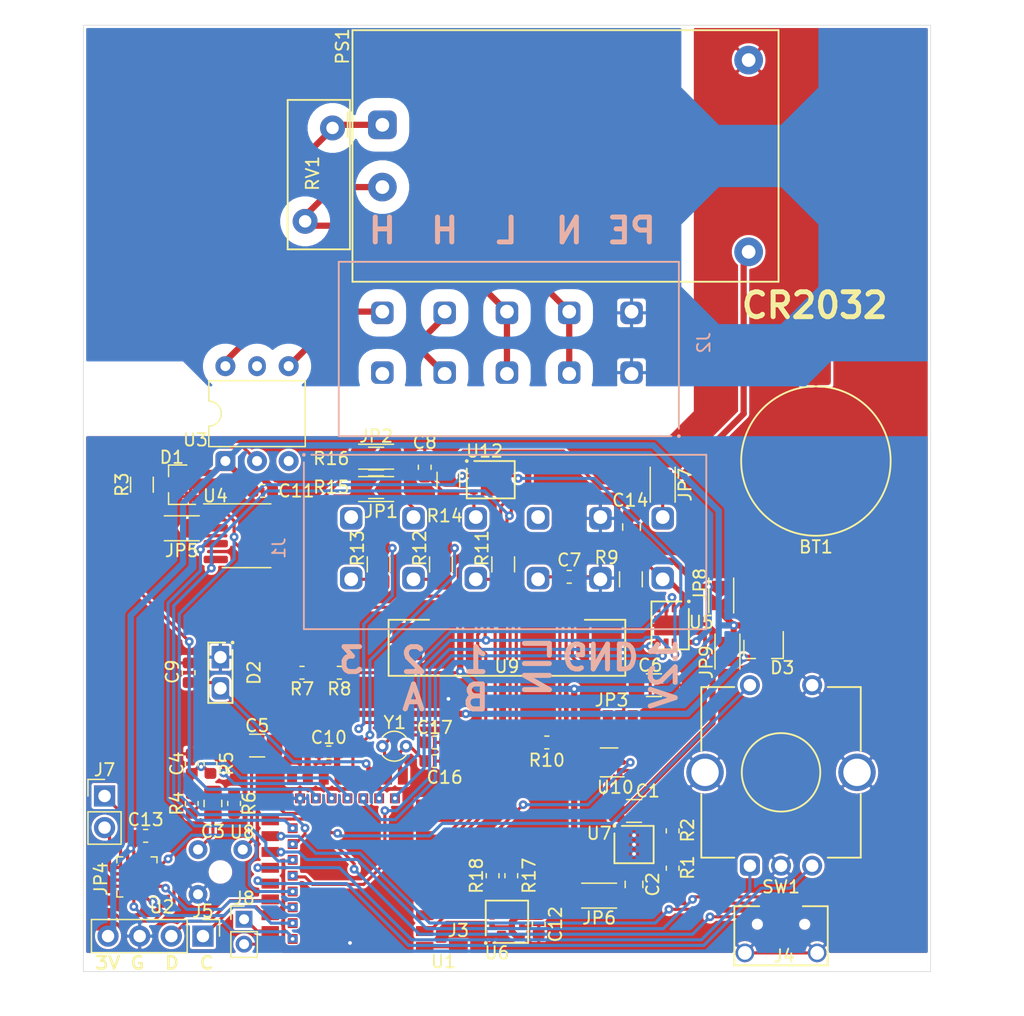
<source format=kicad_pcb>
(kicad_pcb (version 20171130) (host pcbnew "(5.1.5-0-10_14)")
  (layers (0 F.Cu signal) (31 B.Cu signal) (34 B.Paste user) (35 F.Paste user) (36 B.SilkS user) (37 F.SilkS user) (38 B.Mask user hide) (39 F.Mask user) (44 Edge.Cuts user))
  (net 0 "")
  (net 1 +12V)
  (net 2 GND)
  (net 3 +3V3)
  (net 4 H2)
  (net 5 H1)
  (net 6 PE)
  (net 7 N)
  (net 8 L)
  (net 9 USB_D+)
  (net 10 VBUS)
  (net 11 USB_D-)
  (net 12 SWDIO)
  (net 13 SWDCLK)
  (net 14 "Net-(R1-Pad2)")
  (net 15 "Net-(U2-Pad5)")
  (net 16 "Net-(U2-Pad12)")
  (net 17 "Net-(U2-Pad13)")
  (net 18 "Net-(U3-Pad3)")
  (net 19 POTI_A)
  (net 20 POTI_B)
  (net 21 SWITCH)
  (net 22 "Net-(U7-Pad7)")
  (net 23 "Net-(U7-Pad8)")
  (net 24 "Net-(J4-Pad4)")
  (net 25 "Net-(C3-Pad1)")
  (net 26 "Net-(C3-Pad2)")
  (net 27 "Net-(C5-Pad1)")
  (net 28 "Net-(C6-Pad1)")
  (net 29 H)
  (net 30 "Net-(R10-Pad1)")
  (net 31 SP_DIN)
  (net 32 SP_EN)
  (net 33 SP_LRCLK)
  (net 34 SP_BCLK)
  (net 35 "Net-(U9-Pad4)")
  (net 36 DISP_CS)
  (net 37 DISP_DC)
  (net 38 DISP_SCK)
  (net 39 DISP_MOSI)
  (net 40 "Net-(U9-Pad15)")
  (net 41 "Net-(J7-Pad2)")
  (net 42 "Net-(J7-Pad1)")
  (net 43 "Net-(C2-Pad1)")
  (net 44 MD_COMP)
  (net 45 LIN)
  (net 46 "Net-(JP1-Pad2)")
  (net 47 "Net-(JP2-Pad2)")
  (net 48 "Net-(JP3-Pad2)")
  (net 49 "Net-(R3-Pad2)")
  (net 50 MD_DS)
  (net 51 RESET)
  (net 52 "Net-(U1-Pad25)")
  (net 53 LIN_TX)
  (net 54 LIN_RX)
  (net 55 LIN_EN)
  (net 56 "Net-(U10-Pad5)")
  (net 57 "Net-(U3-Pad5)")
  (net 58 "Net-(JP7-Pad1)")
  (net 59 "Net-(U2-Pad6)")
  (net 60 "Net-(BT1-Pad1)")
  (net 61 BS)
  (net 62 "Net-(C10-Pad1)")
  (net 63 "Net-(C14-Pad2)")
  (net 64 IN3)
  (net 65 IN1_LIN2_RS485_TX)
  (net 66 IN3_P)
  (net 67 LIN2_EN_RS485_DE)
  (net 68 IN1_LIN2_RS485_B)
  (net 69 IN2_RS485_A)
  (net 70 IN2_P)
  (net 71 LIN2_RS485_RX)
  (net 72 "Net-(JP5-Pad1)")
  (net 73 "Net-(C16-Pad1)")
  (net 74 "Net-(C17-Pad1)")
  (net 75 "Net-(J3-Pad1)")
  (net 76 "Net-(J8-Pad2)")
  (net 77 "Net-(J8-Pad1)")
  (net 78 BME_SDA)
  (net 79 BME_SCL)
  (net 80 EN_12V)
  (net 81 "Net-(JP3-Pad3)")
  (net 82 "Net-(JP4-Pad2)")
  (module RoomControl:Jumper2 (layer F.Cu) (at 117.7 112.3 270)
    (fp_text reference JP9 (at 0.85 1.7 270) (layer F.SilkS))
    (fp_text value SolderJumper_2_Open)
    (pad 1 smd custom (at -0.68 0 270) (size 0.3 0.3) (layers F.Cu F.Mask) (net 3 +3V3) (options (clearance outline) (anchor rect)) (primitives (gr_poly (pts (xy -0.5 -0.75) (xy 0.3 -0.75) (xy 0.8 0) (xy 0.3 0.75) (xy -0.5 0.75)) (width 0))))
    (pad 2 smd custom (at 0.68 0 270) (size 0.3 0.3) (layers F.Cu F.Mask) (net 62 "Net-(C10-Pad1)") (options (clearance outline) (anchor rect)) (primitives (gr_poly (pts (xy -0.8 -0.75) (xy 0.5 -0.75) (xy 0.5 0.75) (xy -0.8 0.75) (xy -0.3 0)) (width 0))))
  )
  (module RoomControl:Jumper2 (layer F.Cu) (at 117.2 107.8 270)
    (fp_text reference JP8 (at -0.85 1.7 270) (layer F.SilkS))
    (fp_text value SolderJumper_2_Open)
    (pad 1 smd custom (at -0.68 0 270) (size 0.3 0.3) (layers F.Cu F.Mask) (net 63 "Net-(C14-Pad2)") (options (clearance outline) (anchor rect)) (primitives (gr_poly (pts (xy -0.5 -0.75) (xy 0.3 -0.75) (xy 0.8 0) (xy 0.3 0.75) (xy -0.5 0.75)) (width 0))))
    (pad 2 smd custom (at 0.68 0 270) (size 0.3 0.3) (layers F.Cu F.Mask) (net 3 +3V3) (options (clearance outline) (anchor rect)) (primitives (gr_poly (pts (xy -0.8 -0.75) (xy 0.5 -0.75) (xy 0.5 0.75) (xy -0.8 0.75) (xy -0.3 0)) (width 0))))
  )
  (module Capacitor_SMD:C_0805_2012Metric (layer F.Cu) (at 110 102.3 270)
    (fp_text reference C14 (at -2.15 0.1 180) (layer F.SilkS))
    (fp_text value 22u/16V)
    (pad 2 smd roundrect (at 0.9375 0 270) (size 0.975 1.4) (layers F.Cu F.Paste F.Mask) (net 63 "Net-(C14-Pad2)"))
    (pad 1 smd roundrect (at -0.9375 0 270) (size 0.975 1.4) (layers F.Cu F.Paste F.Mask) (net 2 GND))
  )
  (module RoomControl:DiodeHoles (layer F.Cu) (at 77 114 270)
    (fp_text reference D2 (at 0 -2.7 90) (layer F.SilkS))
    (fp_text value D_Photo)
    (pad 2 thru_hole roundrect (at 1.25 0 270) (size 1.8 1.4) (drill 1) (layers *.Cu *.Mask) (net 61 BS))
    (pad 1 thru_hole roundrect (at -1.25 0 270) (size 1.8 1.4) (drill 1) (layers *.Cu *.Mask) (roundrect_rratio 0.05) (net 2 GND))
  )
  (module RoomControl:Wago_236-405 (layer B.Cu) (at 110 87.5 90)
    (fp_text reference J2 (at 0 5.8 270) (layer B.SilkS) (effects (justify mirror)))
    (fp_text value Conn_01x05)
    (pad 5 thru_hole roundrect (at 2.5 -20 90) (size 1.8 1.8) (drill 1.1 (offset -0.1 0)) (layers *.Cu *.Mask) (net 5 H1))
    (pad 5 thru_hole roundrect (at -2.5 -20 90) (size 1.8 1.8) (drill 1.1 (offset 0.1 0)) (layers *.Cu *.Mask) (net 5 H1))
    (pad 4 thru_hole roundrect (at 2.5 -15 90) (size 1.8 1.8) (drill 1.1 (offset -0.1 0)) (layers *.Cu *.Mask) (net 4 H2))
    (pad 4 thru_hole roundrect (at -2.5 -15 90) (size 1.8 1.8) (drill 1.1 (offset 0.1 0)) (layers *.Cu *.Mask) (net 4 H2))
    (pad 3 thru_hole roundrect (at 2.5 -10 90) (size 1.8 1.8) (drill 1.1 (offset -0.1 0)) (layers *.Cu *.Mask) (net 8 L))
    (pad 3 thru_hole roundrect (at -2.5 -10 90) (size 1.8 1.8) (drill 1.1 (offset 0.1 0)) (layers *.Cu *.Mask) (net 8 L))
    (pad 2 thru_hole roundrect (at 2.5 -5 90) (size 1.8 1.8) (drill 1.1 (offset -0.1 0)) (layers *.Cu *.Mask) (net 7 N))
    (pad 2 thru_hole roundrect (at -2.5 -5 90) (size 1.8 1.8) (drill 1.1 (offset 0.1 0)) (layers *.Cu *.Mask) (net 7 N))
    (pad 1 thru_hole roundrect (at 2.5 0 90) (size 1.8 1.8) (drill 1.1 (offset -0.1 0)) (layers *.Cu *.Mask) (net 6 PE))
    (pad 1 thru_hole roundrect (at -2.5 0 90) (size 1.8 1.8) (drill 1.1 (offset 0.1 0)) (layers *.Cu *.Mask) (net 6 PE))
  )
  (module RoomControl:Texas_TPS82130 (layer F.Cu) (at 110.2 127.8)
    (fp_text reference U7 (at -2.8 -0.9) (layer F.SilkS))
    (fp_text value TPS82130)
    (pad 9 thru_hole circle (at 0 0.75) (size 0.4 0.4) (drill 0.3) (layers *.Cu) (net 2 GND))
    (pad 9 thru_hole circle (at 0 0) (size 0.4 0.4) (drill 0.3) (layers *.Cu) (net 2 GND))
    (pad 9 thru_hole circle (at 0 -0.75) (size 0.4 0.4) (drill 0.3) (layers *.Cu) (net 2 GND))
    (pad 9 smd roundrect (at 0 0) (size 1.1 1.9) (layers F.Cu F.Mask) (roundrect_rratio 0.05) (net 2 GND))
    (pad 5 smd roundrect (at 1.05 0.975) (size 0.5 0.4) (layers F.Cu F.Paste F.Mask) (roundrect_rratio 0.1) (net 43 "Net-(C2-Pad1)"))
    (pad 4 smd roundrect (at -1.05 0.975) (size 0.5 0.4) (layers F.Cu F.Paste F.Mask) (roundrect_rratio 0.1) (net 43 "Net-(C2-Pad1)"))
    (pad 6 smd roundrect (at 1.05 0.325) (size 0.5 0.4) (layers F.Cu F.Paste F.Mask) (roundrect_rratio 0.1) (net 14 "Net-(R1-Pad2)"))
    (pad 3 smd roundrect (at -1.05 0.325) (size 0.5 0.4) (layers F.Cu F.Paste F.Mask) (roundrect_rratio 0.1) (net 2 GND))
    (pad 7 smd roundrect (at 1.05 -0.325) (size 0.5 0.4) (layers F.Cu F.Paste F.Mask) (roundrect_rratio 0.1) (net 22 "Net-(U7-Pad7)"))
    (pad 2 smd roundrect (at -1.05 -0.325) (size 0.5 0.4) (layers F.Cu F.Paste F.Mask) (roundrect_rratio 0.1) (net 1 +12V))
    (pad 8 smd roundrect (at 1.05 -0.975) (size 0.5 0.4) (layers F.Cu F.Paste F.Mask) (roundrect_rratio 0.1) (net 23 "Net-(U7-Pad8)"))
    (pad 1 smd roundrect (at -1.05 -0.975) (size 0.5 0.4) (layers F.Cu F.Paste F.Mask) (roundrect_rratio 0.1) (net 1 +12V))
  )
  (module RoomControl:Bosch_BME680 (layer F.Cu) (at 100 134 180)
    (fp_text reference U6 (at 0.8 -2.5) (layer F.SilkS))
    (fp_text value BME680)
    (pad 5 smd roundrect (at -1.2 1.2 180) (size 0.45 0.45) (layers F.Cu F.Paste F.Mask) (roundrect_rratio 0.1) (net 3 +3V3))
    (pad 4 smd roundrect (at 1.2 1.2 180) (size 0.45 0.45) (layers F.Cu F.Paste F.Mask) (roundrect_rratio 0.1) (net 79 BME_SCL))
    (pad 6 smd roundrect (at -1.2 0.4 180) (size 0.45 0.45) (layers F.Cu F.Paste F.Mask) (roundrect_rratio 0.1) (net 3 +3V3))
    (pad 3 smd roundrect (at 1.2 0.4 180) (size 0.45 0.45) (layers F.Cu F.Paste F.Mask) (roundrect_rratio 0.1) (net 78 BME_SDA))
    (pad 7 smd roundrect (at -1.2 -0.4 180) (size 0.45 0.45) (layers F.Cu F.Paste F.Mask) (roundrect_rratio 0.1) (net 2 GND))
    (pad 2 smd roundrect (at 1.2 -0.4 180) (size 0.45 0.45) (layers F.Cu F.Paste F.Mask) (roundrect_rratio 0.1) (net 3 +3V3))
    (pad 8 smd roundrect (at -1.2 -1.2 180) (size 0.45 0.45) (layers F.Cu F.Paste F.Mask) (roundrect_rratio 0.1) (net 3 +3V3))
    (pad 1 smd roundrect (at 1.2 -1.2 180) (size 0.45 0.45) (layers F.Cu F.Paste F.Mask) (roundrect_rratio 0.1) (net 2 GND))
  )
  (module RoomControl:On_NCV7428MW (layer F.Cu) (at 98.7 98.5)
    (fp_text reference U12 (at -0.5 -2.3) (layer F.SilkS))
    (fp_text value NCV7428MW3)
    (pad 9 smd roundrect (at 0 0) (size 1.6 2.56) (layers F.Cu F.Mask) (roundrect_rratio 0.05) (net 2 GND))
    (pad 5 smd roundrect (at 1.35 0.975) (size 0.6 0.4) (layers F.Cu F.Paste F.Mask) (roundrect_rratio 0.1) (net 71 LIN2_RS485_RX))
    (pad 4 smd roundrect (at -1.35 0.975) (size 0.6 0.4) (layers F.Cu F.Paste F.Mask) (roundrect_rratio 0.1) (net 68 IN1_LIN2_RS485_B))
    (pad 6 smd roundrect (at 1.35 0.325) (size 0.6 0.4) (layers F.Cu F.Paste F.Mask) (roundrect_rratio 0.1) (net 65 IN1_LIN2_RS485_TX))
    (pad 3 smd roundrect (at -1.35 0.325) (size 0.6 0.4) (layers F.Cu F.Paste F.Mask) (roundrect_rratio 0.1) (net 2 GND))
    (pad 7 smd roundrect (at 1.35 -0.325) (size 0.6 0.4) (layers F.Cu F.Paste F.Mask) (roundrect_rratio 0.1) (net 51 RESET))
    (pad 2 smd roundrect (at -1.35 -0.325) (size 0.6 0.4) (layers F.Cu F.Paste F.Mask) (roundrect_rratio 0.1) (net 67 LIN2_EN_RS485_DE))
    (pad 8 smd roundrect (at 1.35 -0.975) (size 0.6 0.4) (layers F.Cu F.Paste F.Mask) (roundrect_rratio 0.1) (net 63 "Net-(C14-Pad2)"))
    (pad 1 smd roundrect (at -1.35 -0.975) (size 0.6 0.4) (layers F.Cu F.Paste F.Mask) (roundrect_rratio 0.1) (net 1 +12V))
  )
  (module RoomControl:On_NCV7428MW (layer F.Cu) (at 113.1 110.2 270)
    (fp_text reference U5 (at -0.25 -2.5 180) (layer F.SilkS))
    (fp_text value NCV7428MW3)
    (pad 9 smd roundrect (at 0 0 270) (size 1.6 2.56) (layers F.Cu F.Mask) (roundrect_rratio 0.05) (net 2 GND))
    (pad 5 smd roundrect (at 1.35 0.975 270) (size 0.6 0.4) (layers F.Cu F.Paste F.Mask) (roundrect_rratio 0.1) (net 54 LIN_RX))
    (pad 4 smd roundrect (at -1.35 0.975 270) (size 0.6 0.4) (layers F.Cu F.Paste F.Mask) (roundrect_rratio 0.1) (net 45 LIN))
    (pad 6 smd roundrect (at 1.35 0.325 270) (size 0.6 0.4) (layers F.Cu F.Paste F.Mask) (roundrect_rratio 0.1) (net 53 LIN_TX))
    (pad 3 smd roundrect (at -1.35 0.325 270) (size 0.6 0.4) (layers F.Cu F.Paste F.Mask) (roundrect_rratio 0.1) (net 2 GND))
    (pad 7 smd roundrect (at 1.35 -0.325 270) (size 0.6 0.4) (layers F.Cu F.Paste F.Mask) (roundrect_rratio 0.1) (net 51 RESET))
    (pad 2 smd roundrect (at -1.35 -0.325 270) (size 0.6 0.4) (layers F.Cu F.Paste F.Mask) (roundrect_rratio 0.1) (net 55 LIN_EN))
    (pad 8 smd roundrect (at 1.35 -0.975 270) (size 0.6 0.4) (layers F.Cu F.Paste F.Mask) (roundrect_rratio 0.1) (net 63 "Net-(C14-Pad2)"))
    (pad 1 smd roundrect (at -1.35 -0.975 270) (size 0.6 0.4) (layers F.Cu F.Paste F.Mask) (roundrect_rratio 0.1) (net 1 +12V))
  )
  (module RoomControl:Wago_236-406 (layer B.Cu) (at 87.5 104 270)
    (fp_text reference J1 (at 0 5.8 270) (layer B.SilkS) (effects (justify mirror)))
    (fp_text value Conn_01x06)
    (pad 6 thru_hole roundrect (at 2.5 -25 270) (size 1.8 1.8) (drill 1.1 (offset -0.1 0)) (layers *.Cu *.Mask) (net 1 +12V))
    (pad 6 thru_hole roundrect (at -2.5 -25 270) (size 1.8 1.8) (drill 1.1 (offset 0.1 0)) (layers *.Cu *.Mask) (net 1 +12V))
    (pad 5 thru_hole roundrect (at 2.5 -20 270) (size 1.8 1.8) (drill 1.1 (offset -0.1 0)) (layers *.Cu *.Mask) (net 2 GND))
    (pad 5 thru_hole roundrect (at -2.5 -20 270) (size 1.8 1.8) (drill 1.1 (offset 0.1 0)) (layers *.Cu *.Mask) (net 2 GND))
    (pad 4 thru_hole roundrect (at 2.5 -15 270) (size 1.8 1.8) (drill 1.1 (offset -0.1 0)) (layers *.Cu *.Mask) (net 45 LIN))
    (pad 4 thru_hole roundrect (at -2.5 -15 270) (size 1.8 1.8) (drill 1.1 (offset 0.1 0)) (layers *.Cu *.Mask) (net 45 LIN))
    (pad 3 thru_hole roundrect (at 2.5 -10 270) (size 1.8 1.8) (drill 1.1 (offset -0.1 0)) (layers *.Cu *.Mask) (net 68 IN1_LIN2_RS485_B))
    (pad 3 thru_hole roundrect (at -2.5 -10 270) (size 1.8 1.8) (drill 1.1 (offset 0.1 0)) (layers *.Cu *.Mask) (net 68 IN1_LIN2_RS485_B))
    (pad 2 thru_hole roundrect (at 2.5 -5 270) (size 1.8 1.8) (drill 1.1 (offset -0.1 0)) (layers *.Cu *.Mask) (net 69 IN2_RS485_A))
    (pad 2 thru_hole roundrect (at -2.5 -5 270) (size 1.8 1.8) (drill 1.1 (offset 0.1 0)) (layers *.Cu *.Mask) (net 69 IN2_RS485_A))
    (pad 1 thru_hole roundrect (at 2.5 0 270) (size 1.8 1.8) (drill 1.1 (offset -0.1 0)) (layers *.Cu *.Mask) (net 64 IN3))
    (pad 1 thru_hole roundrect (at -2.5 0 270) (size 1.8 1.8) (drill 1.1 (offset 0.1 0)) (layers *.Cu *.Mask) (net 64 IN3))
  )
  (module RoomControl:D203S (layer F.Cu) (at 77 130)
    (fp_text reference U8 (at 1.75 -3.2) (layer F.SilkS))
    (fp_text value D203S)
    (pad "" np_thru_hole circle (at 0 0) (size 1.5 1.5) (drill 1.5) (layers *.Cu *.Mask))
    (pad 3 thru_hole circle (at -1.796 1.796) (size 1.5 1.5) (drill 0.8) (layers *.Cu *.Mask) (net 2 GND))
    (pad 2 thru_hole circle (at -1.796 -1.796) (size 1.5 1.5) (drill 0.8) (layers *.Cu *.Mask) (net 26 "Net-(C3-Pad2)"))
    (pad 1 thru_hole circle (at 1.796 -1.796) (size 1.5 1.5) (drill 0.8) (layers *.Cu *.Mask) (net 27 "Net-(C5-Pad1)"))
  )
  (module RoomControl:E73-2G4M08S1C-52840 (layer F.Cu) (at 87.2 130.3)
    (fp_text reference U1 (at 7.7 6.9 180) (layer F.SilkS))
    (fp_text value E73-2G4M08S1C-52840)
    (pad 42 thru_hole roundrect (at -4.4 5.08) (size 0.8 0.6) (drill 0.3) (layers *.Cu *.Mask) (net 33 SP_LRCLK))
    (pad 42 smd roundrect (at -4.4 5.08) (size 0.8 0.8) (layers F.Cu F.Paste F.Mask) (roundrect_rratio 0.0625) (net 33 SP_LRCLK))
    (pad 40 thru_hole roundrect (at -4.4 3.81) (size 0.8 0.6) (drill 0.3) (layers *.Cu *.Mask) (net 34 SP_BCLK))
    (pad 40 smd roundrect (at -4.4 3.81) (size 0.8 0.8) (layers F.Cu F.Paste F.Mask) (roundrect_rratio 0.0625) (net 34 SP_BCLK))
    (pad 38 thru_hole roundrect (at -4.4 2.54) (size 0.8 0.6) (drill 0.3) (layers *.Cu *.Mask) (net 31 SP_DIN))
    (pad 38 smd roundrect (at -4.4 2.54) (size 0.8 0.8) (layers F.Cu F.Paste F.Mask) (roundrect_rratio 0.0625) (net 31 SP_DIN))
    (pad 36 thru_hole roundrect (at -4.4 1.27) (size 0.8 0.6) (drill 0.3) (layers *.Cu *.Mask) (net 32 SP_EN))
    (pad 36 smd roundrect (at -4.4 1.27) (size 0.8 0.8) (layers F.Cu F.Paste F.Mask) (roundrect_rratio 0.0625) (net 32 SP_EN))
    (pad 34 thru_hole roundrect (at -4.4 0) (size 0.8 0.6) (drill 0.3) (layers *.Cu *.Mask) (net 54 LIN_RX))
    (pad 34 smd roundrect (at -4.4 0) (size 0.8 0.8) (layers F.Cu F.Paste F.Mask) (roundrect_rratio 0.0625) (net 54 LIN_RX))
    (pad 32 thru_hole roundrect (at -4.4 -1.27) (size 0.8 0.6) (drill 0.3) (layers *.Cu *.Mask) (net 67 LIN2_EN_RS485_DE))
    (pad 32 smd roundrect (at -4.4 -1.27) (size 0.8 0.8) (layers F.Cu F.Paste F.Mask) (roundrect_rratio 0.0625) (net 67 LIN2_EN_RS485_DE))
    (pad 30 thru_hole roundrect (at -4.4 -2.54) (size 0.8 0.6) (drill 0.3) (layers *.Cu *.Mask) (net 71 LIN2_RS485_RX))
    (pad 30 smd roundrect (at -4.4 -2.54) (size 0.8 0.8) (layers F.Cu F.Paste F.Mask) (roundrect_rratio 0.0625) (net 71 LIN2_RS485_RX))
    (pad 28 thru_hole roundrect (at -4.4 -3.81) (size 0.8 0.6) (drill 0.3) (layers *.Cu *.Mask) (net 65 IN1_LIN2_RS485_TX))
    (pad 28 smd roundrect (at -4.4 -3.81) (size 0.8 0.8) (layers F.Cu F.Paste F.Mask) (roundrect_rratio 0.0625) (net 65 IN1_LIN2_RS485_TX))
    (pad 43 smd roundrect (at -6.2 5.715) (size 1.4 0.8) (layers F.Cu F.Paste F.Mask) (roundrect_rratio 0.0625) (net 76 "Net-(J8-Pad2)"))
    (pad 41 smd roundrect (at -6.2 4.445) (size 1.4 0.8) (layers F.Cu F.Paste F.Mask) (roundrect_rratio 0.0625) (net 77 "Net-(J8-Pad1)"))
    (pad 39 smd roundrect (at -6.2 3.175) (size 1.4 0.8) (layers F.Cu F.Paste F.Mask) (roundrect_rratio 0.0625) (net 13 SWDCLK))
    (pad 37 smd roundrect (at -6.2 1.905) (size 1.4 0.8) (layers F.Cu F.Paste F.Mask) (roundrect_rratio 0.0625) (net 12 SWDIO))
    (pad 35 smd roundrect (at -6.2 0.635) (size 1.4 0.8) (layers F.Cu F.Paste F.Mask) (roundrect_rratio 0.0625) (net 20 POTI_B))
    (pad 33 smd roundrect (at -6.2 -0.635) (size 1.4 0.8) (layers F.Cu F.Paste F.Mask) (roundrect_rratio 0.0625) (net 19 POTI_A))
    (pad 31 smd roundrect (at -6.2 -1.905) (size 1.4 0.8) (layers F.Cu F.Paste F.Mask) (roundrect_rratio 0.0625) (net 9 USB_D+))
    (pad 29 smd roundrect (at -6.2 -3.175) (size 1.4 0.8) (layers F.Cu F.Paste F.Mask) (roundrect_rratio 0.0625) (net 11 USB_D-))
    (pad 27 smd roundrect (at -6.2 -4.445) (size 1.4 0.8) (layers F.Cu F.Paste F.Mask) (roundrect_rratio 0.0625) (net 10 VBUS))
    (pad 26 smd roundrect (at -6.2 -5.715) (size 1.4 0.8) (layers F.Cu F.Paste F.Mask) (roundrect_rratio 0.0625) (net 21 SWITCH))
    (pad 24 thru_hole roundrect (at -3.81 -6.215) (size 0.6 0.8) (drill 0.3) (layers *.Cu *.Mask) (net 2 GND))
    (pad 24 smd roundrect (at -3.81 -6.215) (size 0.8 0.8) (layers F.Cu F.Paste F.Mask) (roundrect_rratio 0.0625) (net 2 GND))
    (pad 22 thru_hole roundrect (at -2.54 -6.215) (size 0.6 0.8) (drill 0.3) (layers *.Cu *.Mask) (net 29 H))
    (pad 22 smd roundrect (at -2.54 -6.215) (size 0.8 0.8) (layers F.Cu F.Paste F.Mask) (roundrect_rratio 0.0625) (net 29 H))
    (pad 20 thru_hole roundrect (at -1.27 -6.215) (size 0.6 0.8) (drill 0.3) (layers *.Cu *.Mask) (net 50 MD_DS))
    (pad 20 smd roundrect (at -1.27 -6.215) (size 0.8 0.8) (layers F.Cu F.Paste F.Mask) (roundrect_rratio 0.0625) (net 50 MD_DS))
    (pad 18 thru_hole roundrect (at 0 -6.215) (size 0.6 0.8) (drill 0.3) (layers *.Cu *.Mask) (net 44 MD_COMP))
    (pad 18 smd roundrect (at 0 -6.215) (size 0.8 0.8) (layers F.Cu F.Paste F.Mask) (roundrect_rratio 0.0625) (net 44 MD_COMP))
    (pad 16 thru_hole roundrect (at 1.27 -6.215) (size 0.6 0.8) (drill 0.3) (layers *.Cu *.Mask) (net 53 LIN_TX))
    (pad 16 smd roundrect (at 1.27 -6.215) (size 0.8 0.8) (layers F.Cu F.Paste F.Mask) (roundrect_rratio 0.0625) (net 53 LIN_TX))
    (pad 14 thru_hole roundrect (at 2.54 -6.215) (size 0.6 0.8) (drill 0.3) (layers *.Cu *.Mask) (net 55 LIN_EN))
    (pad 14 smd roundrect (at 2.54 -6.215) (size 0.8 0.8) (layers F.Cu F.Paste F.Mask) (roundrect_rratio 0.0625) (net 55 LIN_EN))
    (pad 12 thru_hole roundrect (at 3.81 -6.215) (size 0.6 0.8) (drill 0.3) (layers *.Cu *.Mask) (net 51 RESET))
    (pad 12 smd roundrect (at 3.81 -6.215) (size 0.8 0.8) (layers F.Cu F.Paste F.Mask) (roundrect_rratio 0.0625) (net 51 RESET))
    (pad 25 smd roundrect (at -4.445 -8.015) (size 0.8 1.4) (layers F.Cu F.Paste F.Mask) (roundrect_rratio 0.0625) (net 52 "Net-(U1-Pad25)"))
    (pad 23 smd roundrect (at -3.175 -8.015) (size 0.8 1.4) (layers F.Cu F.Paste F.Mask) (roundrect_rratio 0.0625) (net 62 "Net-(C10-Pad1)"))
    (pad 21 smd roundrect (at -1.905 -8.015) (size 0.8 1.4) (layers F.Cu F.Paste F.Mask) (roundrect_rratio 0.0625) (net 2 GND))
    (pad 19 smd roundrect (at -0.635 -8.015) (size 0.8 1.4) (layers F.Cu F.Paste F.Mask) (roundrect_rratio 0.0625) (net 62 "Net-(C10-Pad1)"))
    (pad 17 smd roundrect (at 0.635 -8.015) (size 0.8 1.4) (layers F.Cu F.Paste F.Mask) (roundrect_rratio 0.0625) (net 70 IN2_P))
    (pad 15 smd roundrect (at 1.905 -8.015) (size 0.8 1.4) (layers F.Cu F.Paste F.Mask) (roundrect_rratio 0.0625) (net 61 BS))
    (pad 13 smd roundrect (at 3.175 -8.015) (size 0.8 1.4) (layers F.Cu F.Paste F.Mask) (roundrect_rratio 0.0625) (net 74 "Net-(C17-Pad1)"))
    (pad 11 smd roundrect (at 4.445 -8.015) (size 0.8 1.4) (layers F.Cu F.Paste F.Mask) (roundrect_rratio 0.0625) (net 73 "Net-(C16-Pad1)"))
    (pad 10 smd roundrect (at 6.2 -5.715) (size 1.4 0.8) (layers F.Cu F.Paste F.Mask) (roundrect_rratio 0.0625) (net 66 IN3_P))
    (pad 9 smd roundrect (at 6.2 -4.445) (size 1.4 0.8) (layers F.Cu F.Paste F.Mask) (roundrect_rratio 0.0625) (net 36 DISP_CS))
    (pad 8 smd roundrect (at 6.2 -3.175) (size 1.4 0.8) (layers F.Cu F.Paste F.Mask) (roundrect_rratio 0.0625) (net 37 DISP_DC))
    (pad 7 smd roundrect (at 6.2 -1.905) (size 1.4 0.8) (layers F.Cu F.Paste F.Mask) (roundrect_rratio 0.0625) (net 38 DISP_SCK))
    (pad 6 smd roundrect (at 6.2 -0.635) (size 1.4 0.8) (layers F.Cu F.Paste F.Mask) (roundrect_rratio 0.0625) (net 39 DISP_MOSI))
    (pad 5 smd roundrect (at 6.2 0.635) (size 1.4 0.8) (layers F.Cu F.Paste F.Mask) (roundrect_rratio 0.0625) (net 2 GND))
    (pad 4 smd roundrect (at 6.2 1.905) (size 1.4 0.8) (layers F.Cu F.Paste F.Mask) (roundrect_rratio 0.0625) (net 80 EN_12V))
    (pad 3 smd roundrect (at 6.2 3.175) (size 1.4 0.8) (layers F.Cu F.Paste F.Mask) (roundrect_rratio 0.0625) (net 79 BME_SCL))
    (pad 2 smd roundrect (at 6.2 4.445) (size 1.4 0.8) (layers F.Cu F.Paste F.Mask) (roundrect_rratio 0.0625) (net 78 BME_SDA))
    (pad 1 smd roundrect (at 6.2 5.715) (size 1.4 0.8) (layers F.Cu F.Paste F.Mask) (roundrect_rratio 0.0625) (net 75 "Net-(J3-Pad1)"))
  )
  (module RoomControl:Jumper2 (layer F.Cu) (at 112.5 98.9 270)
    (fp_text reference JP7 (at 0 -1.8 90) (layer F.SilkS))
    (fp_text value SolderJumper_2_Open)
    (pad 1 smd custom (at -0.68 0 270) (size 0.3 0.3) (layers F.Cu F.Mask) (net 58 "Net-(JP7-Pad1)") (options (clearance outline) (anchor rect)) (primitives (gr_poly (pts (xy -0.5 -0.75) (xy 0.3 -0.75) (xy 0.8 0) (xy 0.3 0.75) (xy -0.5 0.75)) (width 0))))
    (pad 2 smd custom (at 0.68 0 270) (size 0.3 0.3) (layers F.Cu F.Mask) (net 1 +12V) (options (clearance outline) (anchor rect)) (primitives (gr_poly (pts (xy -0.8 -0.75) (xy 0.5 -0.75) (xy 0.5 0.75) (xy -0.8 0.75) (xy -0.3 0)) (width 0))))
  )
  (module RoomControl:Jumper2 (layer F.Cu) (at 107.4 131.9 180)
    (fp_text reference JP6 (at 0 -1.8) (layer F.SilkS))
    (fp_text value SolderJumper_2_Open)
    (pad 1 smd custom (at -0.68 0 180) (size 0.3 0.3) (layers F.Cu F.Mask) (net 43 "Net-(C2-Pad1)") (options (clearance outline) (anchor rect)) (primitives (gr_poly (pts (xy -0.5 -0.75) (xy 0.3 -0.75) (xy 0.8 0) (xy 0.3 0.75) (xy -0.5 0.75)) (width 0))))
    (pad 2 smd custom (at 0.68 0 180) (size 0.3 0.3) (layers F.Cu F.Mask) (net 3 +3V3) (options (clearance outline) (anchor rect)) (primitives (gr_poly (pts (xy -0.8 -0.75) (xy 0.5 -0.75) (xy 0.5 0.75) (xy -0.8 0.75) (xy -0.3 0)) (width 0))))
  )
  (module RoomControl:Jumper2 (layer F.Cu) (at 73.9 102.4 180)
    (fp_text reference JP5 (at 0 -1.8) (layer F.SilkS))
    (fp_text value SolderJumper_2_Open)
    (pad 1 smd custom (at -0.68 0 180) (size 0.3 0.3) (layers F.Cu F.Mask) (net 72 "Net-(JP5-Pad1)") (options (clearance outline) (anchor rect)) (primitives (gr_poly (pts (xy -0.5 -0.75) (xy 0.3 -0.75) (xy 0.8 0) (xy 0.3 0.75) (xy -0.5 0.75)) (width 0))))
    (pad 2 smd custom (at 0.68 0 180) (size 0.3 0.3) (layers F.Cu F.Mask) (net 2 GND) (options (clearance outline) (anchor rect)) (primitives (gr_poly (pts (xy -0.8 -0.75) (xy 0.5 -0.75) (xy 0.5 0.75) (xy -0.8 0.75) (xy -0.3 0)) (width 0))))
  )
  (module RoomControl:Jumper3 (layer F.Cu) (at 67.6 133.3 180)
    (fp_text reference JP4 (at 0.2 2.75 90) (layer F.SilkS))
    (fp_text value SolderJumper_3_Open)
    (pad 1 smd rect (at 0 -1 180) (size 1.6 0.8) (layers F.Cu F.Mask) (net 3 +3V3))
    (pad 2 smd rect (at 0 0 180) (size 1.6 0.8) (layers F.Cu F.Mask) (net 82 "Net-(JP4-Pad2)"))
    (pad 3 smd rect (at 0 1 180) (size 1.6 0.8) (layers F.Cu F.Mask) (net 2 GND))
  )
  (module RoomControl:Jumper3 (layer F.Cu) (at 109.1 117.8 90)
    (fp_text reference JP3 (at 1.6 -0.7 180) (layer F.SilkS))
    (fp_text value SolderJumper_3_Open)
    (pad 1 smd rect (at 0 -1 90) (size 1.6 0.8) (layers F.Cu F.Mask) (net 1 +12V))
    (pad 2 smd rect (at 0 0 90) (size 1.6 0.8) (layers F.Cu F.Mask) (net 48 "Net-(JP3-Pad2)"))
    (pad 3 smd rect (at 0 1 90) (size 1.6 0.8) (layers F.Cu F.Mask) (net 81 "Net-(JP3-Pad3)"))
  )
  (module RoomControl:Jumper2 (layer F.Cu) (at 89.5 96.65 180)
    (fp_text reference JP2 (at 0 1.65) (layer F.SilkS))
    (fp_text value SolderJumper_2_Open)
    (pad 1 smd custom (at -0.68 0 180) (size 0.3 0.3) (layers F.Cu F.Mask) (net 68 IN1_LIN2_RS485_B) (options (clearance outline) (anchor rect)) (primitives (gr_poly (pts (xy -0.5 -0.75) (xy 0.3 -0.75) (xy 0.8 0) (xy 0.3 0.75) (xy -0.5 0.75)) (width 0))))
    (pad 2 smd custom (at 0.68 0 180) (size 0.3 0.3) (layers F.Cu F.Mask) (net 47 "Net-(JP2-Pad2)") (options (clearance outline) (anchor rect)) (primitives (gr_poly (pts (xy -0.8 -0.75) (xy 0.5 -0.75) (xy 0.5 0.75) (xy -0.8 0.75) (xy -0.3 0)) (width 0))))
  )
  (module RoomControl:Jumper2 (layer F.Cu) (at 89.5 99.25 180)
    (fp_text reference JP1 (at -0.4 -1.8) (layer F.SilkS))
    (fp_text value SolderJumper_2_Open)
    (pad 1 smd custom (at -0.68 0 180) (size 0.3 0.3) (layers F.Cu F.Mask) (net 69 IN2_RS485_A) (options (clearance outline) (anchor rect)) (primitives (gr_poly (pts (xy -0.5 -0.75) (xy 0.3 -0.75) (xy 0.8 0) (xy 0.3 0.75) (xy -0.5 0.75)) (width 0))))
    (pad 2 smd custom (at 0.68 0 180) (size 0.3 0.3) (layers F.Cu F.Mask) (net 46 "Net-(JP1-Pad2)") (options (clearance outline) (anchor rect)) (primitives (gr_poly (pts (xy -0.8 -0.75) (xy 0.5 -0.75) (xy 0.5 0.75) (xy -0.8 0.75) (xy -0.3 0)) (width 0))))
  )
  (module RoomControl:On_MOC3043 (layer F.Cu) (at 77.4 97 90)
    (fp_text reference U3 (at 1.7 -2.4 180) (layer F.SilkS))
    (fp_text value MOC3043M)
    (pad 6 thru_hole circle (at 7.62 0 90) (size 1.6 1.6) (drill 0.8) (layers *.Cu *.Mask) (net 5 H1))
    (pad 3 thru_hole circle (at 0 5.08 90) (size 1.6 1.6) (drill 0.8) (layers *.Cu *.Mask) (net 18 "Net-(U3-Pad3)"))
    (pad 5 thru_hole oval (at 7.62 2.54 90) (size 1.6 1.4) (drill 0.8) (layers *.Cu *.Mask) (net 57 "Net-(U3-Pad5)"))
    (pad 2 thru_hole circle (at 0 2.54 90) (size 1.6 1.6) (drill 0.8) (layers *.Cu *.Mask) (net 49 "Net-(R3-Pad2)"))
    (pad 4 thru_hole circle (at 7.62 5.08 90) (size 1.6 1.6) (drill 0.8) (layers *.Cu *.Mask) (net 4 H2))
    (pad 1 thru_hole roundrect (at 0 0 90) (size 1.6 1.6) (drill 0.8) (layers *.Cu *.Mask) (net 3 +3V3))
  )
  (module Resistor_SMD:R_0603_1608Metric (layer F.Cu) (at 98.85 130.3 270)
    (fp_text reference R18 (at 0 1.3 90) (layer F.SilkS))
    (fp_text value 4k7)
    (pad 2 smd roundrect (at 0.7875 0 270) (size 0.875 0.95) (layers F.Cu F.Paste F.Mask) (net 79 BME_SCL))
    (pad 1 smd roundrect (at -0.7875 0 270) (size 0.875 0.95) (layers F.Cu F.Paste F.Mask) (net 3 +3V3))
  )
  (module Resistor_SMD:R_0603_1608Metric (layer F.Cu) (at 100.35 130.3 270)
    (fp_text reference R17 (at 0 -1.43 90) (layer F.SilkS))
    (fp_text value 4k7)
    (pad 2 smd roundrect (at 0.7875 0 270) (size 0.875 0.95) (layers F.Cu F.Paste F.Mask) (net 78 BME_SDA))
    (pad 1 smd roundrect (at -0.7875 0 270) (size 0.875 0.95) (layers F.Cu F.Paste F.Mask) (net 3 +3V3))
  )
  (module RoomControl:Bourns_PEC12R (layer F.Cu) (at 122 122)
    (fp_text reference SW1 (at 0 9.2) (layer F.SilkS))
    (fp_text value PEC12R-4217F-S0024)
    (pad 5 thru_hole circle (at 2.5 -7) (size 1.6 1.6) (drill 1) (layers *.Cu *.Mask) (net 2 GND))
    (pad 4 thru_hole circle (at -2.5 -7) (size 1.6 1.6) (drill 1) (layers *.Cu *.Mask) (net 21 SWITCH))
    (pad 6 thru_hole circle (at -6.1 0) (size 3 3) (drill 2.2) (layers *.Cu *.Mask) (net 2 GND))
    (pad 6 thru_hole circle (at 6.1 0) (size 3 3) (drill 2.2) (layers *.Cu *.Mask) (net 2 GND))
    (pad 3 thru_hole circle (at 2.5 7.5) (size 1.6 1.6) (drill 1) (layers *.Cu *.Mask) (net 20 POTI_B))
    (pad 2 thru_hole circle (at 0 7.5) (size 1.6 1.6) (drill 1) (layers *.Cu *.Mask) (net 2 GND))
    (pad 1 thru_hole roundrect (at -2.5 7.5) (size 1.6 1.6) (drill 1) (layers *.Cu *.Mask) (net 19 POTI_A))
  )
  (module RoomControl:HiLink_HLK-PMxx (layer F.Cu) (at 90 70)
    (fp_text reference PS1 (at -3.2 -6.3 90) (layer F.SilkS))
    (fp_text value HLK-PM12)
    (pad 4 thru_hole circle (at 29.4 10.2) (size 2.3 2.3) (drill 1.1) (layers *.Cu *.Mask) (net 58 "Net-(JP7-Pad1)"))
    (pad 2 thru_hole circle (at 0 5) (size 2.3 2.3) (drill 1.1) (layers *.Cu *.Mask) (net 7 N))
    (pad 1 thru_hole roundrect (at 0 0) (size 2.3 2.3) (drill 1.1) (layers *.Cu *.Mask) (net 8 L))
    (pad 3 thru_hole circle (at 29.4 -5.2) (size 2.3 2.3) (drill 1.1) (layers *.Cu *.Mask) (net 2 GND))
  )
  (module RoomControl:Battery_2032 (layer F.Cu) (at 124.8 97 270)
    (fp_text reference BT1 (at 6.9 0 180) (layer F.SilkS))
    (fp_text value Battery_Cell)
    (pad 1 smd roundrect (at 12.825 0 270) (size 3.05 3.4) (layers F.Cu F.Paste F.Mask) (roundrect_rratio 0.1) (net 60 "Net-(BT1-Pad1)"))
    (pad 2 smd roundrect (at -8.35 0 270) (size 4.5 2.4) (layers F.Cu F.Paste F.Mask) (roundrect_rratio 0.1) (net 2 GND))
  )
  (module Crystal:Crystal_DS26_D2.0mm_L6.0mm_Vertical (layer F.Cu) (at 91.9 119.9 180)
    (fp_text reference Y1 (at 0.9 1.9) (layer F.SilkS))
    (fp_text value 32768Hz)
    (pad 2 thru_hole circle (at 1.9 0 180) (size 1 1) (drill 0.5) (layers *.Cu *.Mask) (net 74 "Net-(C17-Pad1)"))
    (pad 1 thru_hole circle (at 0 0 180) (size 1 1) (drill 0.5) (layers *.Cu *.Mask) (net 73 "Net-(C16-Pad1)"))
  )
  (module Connector_PinHeader_2.00mm:PinHeader_1x02_P2.00mm_Vertical (layer F.Cu) (at 78.9 133.8)
    (fp_text reference J8 (at 0 -1.7) (layer F.SilkS))
    (fp_text value Conn_01x02)
    (pad 2 thru_hole oval (at 0 2) (size 1.35 1.35) (drill 0.8) (layers *.Cu *.Mask) (net 76 "Net-(J8-Pad2)"))
    (pad 1 thru_hole rect (at 0 0) (size 1.35 1.35) (drill 0.8) (layers *.Cu *.Mask) (net 77 "Net-(J8-Pad1)"))
  )
  (module RoomControl:Pad (layer F.Cu) (at 96.1 136)
    (fp_text reference J3 (at 0 -1.3) (layer F.SilkS))
    (fp_text value Conn_01x01)
    (pad 1 smd rect (at 0 0) (size 1.5 1) (layers F.Cu F.Mask) (net 75 "Net-(J3-Pad1)"))
  )
  (module Capacitor_SMD:C_0603_1608Metric (layer F.Cu) (at 94.2 119.6)
    (fp_text reference C17 (at 0 -1.2) (layer F.SilkS))
    (fp_text value 12p)
    (pad 2 smd roundrect (at 0.7875 0) (size 0.875 0.95) (layers F.Cu F.Paste F.Mask) (net 2 GND))
    (pad 1 smd roundrect (at -0.7875 0) (size 0.875 0.95) (layers F.Cu F.Paste F.Mask) (net 74 "Net-(C17-Pad1)"))
  )
  (module Capacitor_SMD:C_0603_1608Metric (layer F.Cu) (at 94.2 121.1)
    (fp_text reference C16 (at 0.8 1.3) (layer F.SilkS))
    (fp_text value 12p)
    (pad 2 smd roundrect (at 0.7875 0) (size 0.875 0.95) (layers F.Cu F.Paste F.Mask) (net 2 GND))
    (pad 1 smd roundrect (at -0.7875 0) (size 0.875 0.95) (layers F.Cu F.Paste F.Mask) (net 73 "Net-(C16-Pad1)"))
  )
  (module RoomControl:S10K275 (layer F.Cu) (at 84.9 74 270)
    (fp_text reference RV1 (at -0.1 0.5 90) (layer F.SilkS))
    (fp_text value Varistor)
    (pad 2 thru_hole circle (at 3.75 1.1 270) (size 2 2) (drill 1) (layers *.Cu *.Mask) (net 7 N))
    (pad 1 thru_hole circle (at -3.75 -1.1 270) (size 2 2) (drill 1) (layers *.Cu *.Mask) (net 8 L))
  )
  (module Resistor_SMD:R_1206_3216Metric (layer F.Cu) (at 95.3 98.5 90)
    (fp_text reference R14 (at -2.9 -0.3 180) (layer F.SilkS))
    (fp_text value 1k)
    (pad 2 smd roundrect (at 1.4 0 90) (size 1.25 1.75) (layers F.Cu F.Paste F.Mask) (roundrect_rratio 0.2) (net 1 +12V))
    (pad 1 smd roundrect (at -1.4 0 90) (size 1.25 1.75) (layers F.Cu F.Paste F.Mask) (roundrect_rratio 0.2) (net 68 IN1_LIN2_RS485_B))
  )
  (module Resistor_SMD:R_1206_3216Metric (layer F.Cu) (at 109.95 106.5 90)
    (fp_text reference R9 (at 1.75 -1.95 180) (layer F.SilkS))
    (fp_text value 1k)
    (pad 2 smd roundrect (at 1.4 0 90) (size 1.25 1.75) (layers F.Cu F.Paste F.Mask) (roundrect_rratio 0.2) (net 1 +12V))
    (pad 1 smd roundrect (at -1.4 0 90) (size 1.25 1.75) (layers F.Cu F.Paste F.Mask) (roundrect_rratio 0.2) (net 45 LIN))
  )
  (module Resistor_SMD:R_1206_3216Metric (layer F.Cu) (at 89.5 96.8 180)
    (fp_text reference R16 (at 3.6 0) (layer F.SilkS))
    (fp_text value 120R)
    (pad 2 smd roundrect (at 1.4 0 180) (size 1.25 1.75) (layers F.Cu F.Paste F.Mask) (roundrect_rratio 0.2) (net 47 "Net-(JP2-Pad2)"))
    (pad 1 smd roundrect (at -1.4 0 180) (size 1.25 1.75) (layers F.Cu F.Paste F.Mask) (roundrect_rratio 0.2) (net 68 IN1_LIN2_RS485_B))
  )
  (module Resistor_SMD:R_1206_3216Metric (layer F.Cu) (at 89.5 99.1)
    (fp_text reference R15 (at -3.6 0) (layer F.SilkS))
    (fp_text value 120R)
    (pad 2 smd roundrect (at 1.4 0) (size 1.25 1.75) (layers F.Cu F.Paste F.Mask) (roundrect_rratio 0.2) (net 69 IN2_RS485_A))
    (pad 1 smd roundrect (at -1.4 0) (size 1.25 1.75) (layers F.Cu F.Paste F.Mask) (roundrect_rratio 0.2) (net 46 "Net-(JP1-Pad2)"))
  )
  (module Resistor_SMD:R_1206_3216Metric (layer F.Cu) (at 89.7 105.3 90)
    (fp_text reference R13 (at 1.3 -1.7 90) (layer F.SilkS))
    (fp_text value 33k)
    (pad 2 smd roundrect (at 1.4 0 90) (size 1.25 1.75) (layers F.Cu F.Paste F.Mask) (roundrect_rratio 0.2) (net 66 IN3_P))
    (pad 1 smd roundrect (at -1.4 0 90) (size 1.25 1.75) (layers F.Cu F.Paste F.Mask) (roundrect_rratio 0.2) (net 64 IN3))
  )
  (module Resistor_SMD:R_1206_3216Metric (layer F.Cu) (at 94.7 105.3 90)
    (fp_text reference R12 (at 1.3 -1.7 90) (layer F.SilkS))
    (fp_text value 33k)
    (pad 2 smd roundrect (at 1.4 0 90) (size 1.25 1.75) (layers F.Cu F.Paste F.Mask) (roundrect_rratio 0.2) (net 70 IN2_P))
    (pad 1 smd roundrect (at -1.4 0 90) (size 1.25 1.75) (layers F.Cu F.Paste F.Mask) (roundrect_rratio 0.2) (net 69 IN2_RS485_A))
  )
  (module Resistor_SMD:R_0603_1608Metric (layer F.Cu) (at 86.55 114 180)
    (fp_text reference R8 (at 0 -1.3) (layer F.SilkS))
    (fp_text value 10k)
    (pad 2 smd roundrect (at 0.7875 0 180) (size 0.875 0.95) (layers F.Cu F.Paste F.Mask) (net 27 "Net-(C5-Pad1)"))
    (pad 1 smd roundrect (at -0.7875 0 180) (size 0.875 0.95) (layers F.Cu F.Paste F.Mask) (net 3 +3V3))
  )
  (module Resistor_SMD:R_0603_1608Metric (layer F.Cu) (at 83.55 114 180)
    (fp_text reference R7 (at 0 -1.3) (layer F.SilkS))
    (fp_text value 33k)
    (pad 2 smd roundrect (at 0.7875 0 180) (size 0.875 0.95) (layers F.Cu F.Paste F.Mask) (net 1 +12V))
    (pad 1 smd roundrect (at -0.7875 0 180) (size 0.875 0.95) (layers F.Cu F.Paste F.Mask) (net 27 "Net-(C5-Pad1)"))
  )
  (module Package_TO_SOT_SMD:SOT-23 (layer F.Cu) (at 120.6 112.1 270)
    (fp_text reference D3 (at 1.5 -1.5 180) (layer F.SilkS))
    (fp_text value BAS40-05/BAT54C)
    (pad 3 smd rect (at 1 0 270) (size 0.9 0.8) (layers F.Cu F.Paste F.Mask) (net 62 "Net-(C10-Pad1)"))
    (pad 2 smd rect (at -1 0.95 270) (size 0.9 0.8) (layers F.Cu F.Paste F.Mask) (net 3 +3V3))
    (pad 1 smd rect (at -1 -0.95 270) (size 0.9 0.8) (layers F.Cu F.Paste F.Mask) (net 60 "Net-(BT1-Pad1)"))
  )
  (module Capacitor_SMD:C_0603_1608Metric (layer F.Cu) (at 85.7 120.4 180)
    (fp_text reference C10 (at 0 1.2) (layer F.SilkS))
    (fp_text value 100n)
    (pad 2 smd roundrect (at 0.7875 0 180) (size 0.875 0.95) (layers F.Cu F.Paste F.Mask) (net 2 GND))
    (pad 1 smd roundrect (at -0.7875 0 180) (size 0.875 0.95) (layers F.Cu F.Paste F.Mask) (net 62 "Net-(C10-Pad1)"))
  )
  (module Capacitor_SMD:C_0603_1608Metric (layer F.Cu) (at 93.4 97.5 90)
    (fp_text reference C8 (at 2 0 180) (layer F.SilkS))
    (fp_text value 1n)
    (pad 2 smd roundrect (at 0.7875 0 90) (size 0.875 0.95) (layers F.Cu F.Paste F.Mask) (net 2 GND))
    (pad 1 smd roundrect (at -0.7875 0 90) (size 0.875 0.95) (layers F.Cu F.Paste F.Mask) (net 68 IN1_LIN2_RS485_B))
  )
  (module Capacitor_SMD:C_0603_1608Metric (layer F.Cu) (at 105 106.3)
    (fp_text reference C7 (at 0 -1.35) (layer F.SilkS))
    (fp_text value 1n)
    (pad 2 smd roundrect (at 0.7875 0) (size 0.875 0.95) (layers F.Cu F.Paste F.Mask) (net 2 GND))
    (pad 1 smd roundrect (at -0.7875 0) (size 0.875 0.95) (layers F.Cu F.Paste F.Mask) (net 45 LIN))
  )
  (module Capacitor_SMD:C_0603_1608Metric (layer F.Cu) (at 74.45 114 270)
    (fp_text reference C9 (at -0.08 1.3 90) (layer F.SilkS))
    (fp_text value 100n)
    (pad 2 smd roundrect (at 0.7875 0 270) (size 0.875 0.95) (layers F.Cu F.Paste F.Mask) (net 61 BS))
    (pad 1 smd roundrect (at -0.7875 0 270) (size 0.875 0.95) (layers F.Cu F.Paste F.Mask) (net 2 GND))
  )
  (module Resistor_SMD:R_0603_1608Metric (layer F.Cu) (at 103.2 119.6 180)
    (fp_text reference R10 (at 0 -1.43) (layer F.SilkS))
    (fp_text value 900k)
    (pad 2 smd roundrect (at 0.7875 0 180) (size 0.875 0.95) (layers F.Cu F.Paste F.Mask) (net 2 GND))
    (pad 1 smd roundrect (at -0.7875 0 180) (size 0.875 0.95) (layers F.Cu F.Paste F.Mask) (net 30 "Net-(R10-Pad1)"))
  )
  (module Package_TO_SOT_SMD:SOT-363_SC-70-6 (layer F.Cu) (at 108.2 121.2 180)
    (fp_text reference U10 (at -0.5 -2) (layer F.SilkS))
    (fp_text value DCX114YU)
    (pad 6 smd rect (at 0.95 -0.65 180) (size 0.65 0.4) (layers F.Cu F.Paste F.Mask) (net 56 "Net-(U10-Pad5)"))
    (pad 4 smd rect (at 0.95 0.65 180) (size 0.65 0.4) (layers F.Cu F.Paste F.Mask) (net 1 +12V))
    (pad 2 smd rect (at -0.95 0 180) (size 0.65 0.4) (layers F.Cu F.Paste F.Mask) (net 80 EN_12V))
    (pad 5 smd rect (at 0.95 0 180) (size 0.65 0.4) (layers F.Cu F.Paste F.Mask) (net 56 "Net-(U10-Pad5)"))
    (pad 3 smd rect (at -0.95 0.65 180) (size 0.65 0.4) (layers F.Cu F.Paste F.Mask) (net 81 "Net-(JP3-Pad3)"))
    (pad 1 smd rect (at -0.95 -0.65 180) (size 0.65 0.4) (layers F.Cu F.Paste F.Mask) (net 2 GND))
  )
  (module Resistor_SMD:R_1206_3216Metric (layer F.Cu) (at 99.7 105.3 90)
    (fp_text reference R11 (at 1.3 -1.7 90) (layer F.SilkS))
    (fp_text value 33k)
    (pad 2 smd roundrect (at 1.4 0 90) (size 1.25 1.75) (layers F.Cu F.Paste F.Mask) (roundrect_rratio 0.2) (net 65 IN1_LIN2_RS485_TX))
    (pad 1 smd roundrect (at -1.4 0 90) (size 1.25 1.75) (layers F.Cu F.Paste F.Mask) (roundrect_rratio 0.2) (net 68 IN1_LIN2_RS485_B))
  )
  (module Capacitor_SMD:C_0603_1608Metric (layer F.Cu) (at 102.55 134.2 90)
    (fp_text reference C12 (at 0 1.35 90) (layer F.SilkS))
    (fp_text value 100n)
    (pad 2 smd roundrect (at 0.7875 0 90) (size 0.875 0.95) (layers F.Cu F.Paste F.Mask) (net 3 +3V3))
    (pad 1 smd roundrect (at -0.7875 0 90) (size 0.875 0.95) (layers F.Cu F.Paste F.Mask) (net 2 GND))
  )
  (module Package_TO_SOT_SMD:SOT-23 (layer F.Cu) (at 73.6 98.9 180)
    (fp_text reference D1 (at 0.5 2.2) (layer F.SilkS))
    (fp_text value BAS40-04/BAT54S)
    (pad 3 smd rect (at 1 0 180) (size 0.9 0.8) (layers F.Cu F.Paste F.Mask) (net 29 H))
    (pad 2 smd rect (at -1 0.95 180) (size 0.9 0.8) (layers F.Cu F.Paste F.Mask) (net 3 +3V3))
    (pad 1 smd rect (at -1 -0.95 180) (size 0.9 0.8) (layers F.Cu F.Paste F.Mask) (net 2 GND))
  )
  (module Capacitor_SMD:C_0603_1608Metric (layer F.Cu) (at 71 127.1 180)
    (fp_text reference C13 (at 0 1.3) (layer F.SilkS))
    (fp_text value 100n)
    (pad 2 smd roundrect (at 0.7875 0 180) (size 0.875 0.95) (layers F.Cu F.Paste F.Mask) (net 3 +3V3))
    (pad 1 smd roundrect (at -0.7875 0 180) (size 0.875 0.95) (layers F.Cu F.Paste F.Mask) (net 2 GND))
  )
  (module Capacitor_SMD:C_0603_1608Metric (layer F.Cu) (at 80.4 99.4)
    (fp_text reference C11 (at 2.7 0) (layer F.SilkS))
    (fp_text value 100n)
    (pad 2 smd roundrect (at 0.7875 0) (size 0.875 0.95) (layers F.Cu F.Paste F.Mask) (net 3 +3V3))
    (pad 1 smd roundrect (at -0.7875 0) (size 0.875 0.95) (layers F.Cu F.Paste F.Mask) (net 2 GND))
  )
  (module Capacitor_SMD:C_0603_1608Metric (layer F.Cu) (at 74.7 121.3 270)
    (fp_text reference C4 (at 0 1.2 90) (layer F.SilkS))
    (fp_text value 100n)
    (pad 2 smd roundrect (at 0.7875 0 270) (size 0.875 0.95) (layers F.Cu F.Paste F.Mask) (net 44 MD_COMP))
    (pad 1 smd roundrect (at -0.7875 0 270) (size 0.875 0.95) (layers F.Cu F.Paste F.Mask) (net 2 GND))
  )
  (module Resistor_SMD:R_1206_3216Metric (layer F.Cu) (at 70.7 98.9 90)
    (fp_text reference R3 (at 0 -1.6 90) (layer F.SilkS))
    (fp_text value 120R)
    (pad 2 smd roundrect (at 1.4 0 90) (size 1.25 1.75) (layers F.Cu F.Paste F.Mask) (roundrect_rratio 0.2) (net 49 "Net-(R3-Pad2)"))
    (pad 1 smd roundrect (at -1.4 0 90) (size 1.25 1.75) (layers F.Cu F.Paste F.Mask) (roundrect_rratio 0.2) (net 29 H))
  )
  (module RoomControl:Connector-Flat-24_P0.5mm (layer F.Cu) (at 100 116)
    (fp_text reference U9 (at 0 -2.5) (layer F.SilkS))
    (fp_text value UG-2864ASWPG01)
    (pad 26 smd roundrect (at 8 -4.5 90) (size 3 2.4) (layers F.Cu F.Paste F.Mask) (roundrect_rratio 0.1) (net 2 GND))
    (pad 25 smd roundrect (at -8 -4.5 90) (size 3 2.4) (layers F.Cu F.Paste F.Mask) (roundrect_rratio 0.1) (net 2 GND))
    (pad 24 smd rect (at 5.75 -6.5 90) (size 1.25 0.3) (layers F.Cu F.Paste F.Mask) (net 2 GND))
    (pad 23 smd rect (at 5.25 -6.5 90) (size 1.25 0.3) (layers F.Cu F.Paste F.Mask) (net 48 "Net-(JP3-Pad2)"))
    (pad 22 smd rect (at 4.75 -6.5 90) (size 1.25 0.3) (layers F.Cu F.Paste F.Mask) (net 28 "Net-(C6-Pad1)"))
    (pad 21 smd rect (at 4.25 -6.5 90) (size 1.25 0.3) (layers F.Cu F.Paste F.Mask) (net 30 "Net-(R10-Pad1)"))
    (pad 20 smd rect (at 3.75 -6.5 90) (size 1.25 0.3) (layers F.Cu F.Paste F.Mask) (net 2 GND))
    (pad 19 smd rect (at 3.25 -6.5 90) (size 1.25 0.3) (layers F.Cu F.Paste F.Mask) (net 2 GND))
    (pad 18 smd rect (at 2.75 -6.5 90) (size 1.25 0.3) (layers F.Cu F.Paste F.Mask) (net 2 GND))
    (pad 17 smd rect (at 2.25 -6.5 90) (size 1.25 0.3) (layers F.Cu F.Paste F.Mask) (net 2 GND))
    (pad 16 smd rect (at 1.75 -6.5 90) (size 1.25 0.3) (layers F.Cu F.Paste F.Mask) (net 2 GND))
    (pad 15 smd rect (at 1.25 -6.5 90) (size 1.25 0.3) (layers F.Cu F.Paste F.Mask) (net 40 "Net-(U9-Pad15)"))
    (pad 14 smd rect (at 0.75 -6.5 90) (size 1.25 0.3) (layers F.Cu F.Paste F.Mask) (net 39 DISP_MOSI))
    (pad 13 smd rect (at 0.25 -6.5 90) (size 1.25 0.3) (layers F.Cu F.Paste F.Mask) (net 38 DISP_SCK))
    (pad 12 smd rect (at -0.25 -6.5 90) (size 1.25 0.3) (layers F.Cu F.Paste F.Mask) (net 2 GND))
    (pad 11 smd rect (at -0.75 -6.5 90) (size 1.25 0.3) (layers F.Cu F.Paste F.Mask) (net 2 GND))
    (pad 10 smd rect (at -1.25 -6.5 90) (size 1.25 0.3) (layers F.Cu F.Paste F.Mask) (net 37 DISP_DC))
    (pad 9 smd rect (at -1.75 -6.5 90) (size 1.25 0.3) (layers F.Cu F.Paste F.Mask) (net 51 RESET))
    (pad 8 smd rect (at -2.25 -6.5 90) (size 1.25 0.3) (layers F.Cu F.Paste F.Mask) (net 36 DISP_CS))
    (pad 7 smd rect (at -2.75 -6.5 90) (size 1.25 0.3) (layers F.Cu F.Paste F.Mask) (net 2 GND))
    (pad 6 smd rect (at -3.25 -6.5 90) (size 1.25 0.3) (layers F.Cu F.Paste F.Mask) (net 2 GND))
    (pad 5 smd rect (at -3.75 -6.5 90) (size 1.25 0.3) (layers F.Cu F.Paste F.Mask) (net 3 +3V3))
    (pad 4 smd rect (at -4.25 -6.5 90) (size 1.25 0.3) (layers F.Cu F.Paste F.Mask) (net 35 "Net-(U9-Pad4)"))
    (pad 3 smd rect (at -4.75 -6.5 90) (size 1.25 0.3) (layers F.Cu F.Paste F.Mask) (net 2 GND))
    (pad 2 smd rect (at -5.25 -6.5 90) (size 1.25 0.3) (layers F.Cu F.Paste F.Mask) (net 2 GND))
    (pad 1 smd rect (at -5.75 -6.5 90) (size 1.25 0.3) (layers F.Cu F.Paste F.Mask) (net 2 GND))
  )
  (module Capacitor_SMD:C_1206_3216Metric (layer F.Cu) (at 79.95 119.85 180)
    (fp_text reference C5 (at 0 1.6) (layer F.SilkS))
    (fp_text value 10u/25V/X7R)
    (pad 2 smd roundrect (at 1.4 0 180) (size 1.25 1.75) (layers F.Cu F.Paste F.Mask) (roundrect_rratio 0.2) (net 2 GND))
    (pad 1 smd roundrect (at -1.4 0 180) (size 1.25 1.75) (layers F.Cu F.Paste F.Mask) (roundrect_rratio 0.2) (net 27 "Net-(C5-Pad1)"))
  )
  (module Capacitor_SMD:C_0805_2012Metric (layer F.Cu) (at 110.2 131 90)
    (fp_text reference C2 (at 0 1.5 90) (layer F.SilkS))
    (fp_text value 22u/16V)
    (pad 2 smd roundrect (at 0.9375 0 90) (size 0.975 1.4) (layers F.Cu F.Paste F.Mask) (net 2 GND))
    (pad 1 smd roundrect (at -0.9375 0 90) (size 0.975 1.4) (layers F.Cu F.Paste F.Mask) (net 43 "Net-(C2-Pad1)"))
  )
  (module Resistor_SMD:R_0603_1608Metric (layer F.Cu) (at 113.3 126.7 90)
    (fp_text reference R2 (at 0.05 1.2 90) (layer F.SilkS))
    (fp_text value 10k)
    (pad 2 smd roundrect (at 0.7875 0 90) (size 0.875 0.95) (layers F.Cu F.Paste F.Mask) (net 2 GND))
    (pad 1 smd roundrect (at -0.7875 0 90) (size 0.875 0.95) (layers F.Cu F.Paste F.Mask) (net 14 "Net-(R1-Pad2)"))
  )
  (module Capacitor_SMD:C_1206_3216Metric (layer F.Cu) (at 110.2 125.1)
    (fp_text reference C1 (at 1.1 -1.6) (layer F.SilkS))
    (fp_text value 10u/25V/X7R)
    (pad 2 smd roundrect (at 1.4 0) (size 1.25 1.75) (layers F.Cu F.Paste F.Mask) (roundrect_rratio 0.2) (net 2 GND))
    (pad 1 smd roundrect (at -1.4 0) (size 1.25 1.75) (layers F.Cu F.Paste F.Mask) (roundrect_rratio 0.2) (net 1 +12V))
  )
  (module Resistor_SMD:R_0603_1608Metric (layer F.Cu) (at 113.3 129.7 90)
    (fp_text reference R1 (at 0.05 1.2 90) (layer F.SilkS))
    (fp_text value 33k)
    (pad 2 smd roundrect (at 0.7875 0 90) (size 0.875 0.95) (layers F.Cu F.Paste F.Mask) (net 14 "Net-(R1-Pad2)"))
    (pad 1 smd roundrect (at -0.7875 0 90) (size 0.875 0.95) (layers F.Cu F.Paste F.Mask) (net 43 "Net-(C2-Pad1)"))
  )
  (module RoomControl:USB_Micro-B (layer F.Cu) (at 122 136.5)
    (fp_text reference J4 (at 0.25 0.25) (layer F.SilkS))
    (fp_text value USB_B_Micro)
    (pad "" np_thru_hole circle (at 1.905 -2.3) (size 0.5 0.5) (drill 0.5) (layers *.Cu *.Mask))
    (pad "" np_thru_hole circle (at -1.905 -2.3) (size 0.5 0.5) (drill 0.5) (layers *.Cu *.Mask))
    (pad 5 smd rect (at 1.27 -2.85) (size 0.32 1.5) (layers F.Cu F.Paste F.Mask) (net 2 GND))
    (pad 4 smd rect (at 0.635 -2.85) (size 0.32 1.5) (layers F.Cu F.Paste F.Mask) (net 24 "Net-(J4-Pad4)"))
    (pad 2 smd rect (at -0.635 -2.85) (size 0.32 1.5) (layers F.Cu F.Paste F.Mask) (net 11 USB_D-))
    (pad 1 smd rect (at -1.27 -2.85) (size 0.32 1.5) (layers F.Cu F.Paste F.Mask) (net 10 VBUS))
    (pad 3 smd rect (at 0 -2.85) (size 0.32 1.5) (layers F.Cu F.Paste F.Mask) (net 9 USB_D+))
    (pad 6 thru_hole circle (at -2.9 0) (size 1.5 1.5) (drill 1.1) (layers *.Cu *.Mask) (net 2 GND))
    (pad 6 thru_hole circle (at 2.9 0) (size 1.5 1.5) (drill 1.1) (layers *.Cu *.Mask) (net 2 GND))
  )
  (module Connector_PinHeader_2.54mm:PinHeader_1x02_P2.54mm_Vertical (layer F.Cu) (at 67.7 123.9)
    (fp_text reference J7 (at 0 -2.1) (layer F.SilkS))
    (fp_text value Conn_01x02)
    (pad 2 thru_hole oval (at 0 2.54) (size 1.7 1.7) (drill 1) (layers *.Cu *.Mask) (net 41 "Net-(J7-Pad2)"))
    (pad 1 thru_hole rect (at 0 0) (size 1.7 1.7) (drill 1) (layers *.Cu *.Mask) (net 42 "Net-(J7-Pad1)"))
  )
  (module Resistor_SMD:R_0603_1608Metric (layer F.Cu) (at 76.2 121.3 90)
    (fp_text reference R5 (at 0 1.3 90) (layer F.SilkS))
    (fp_text value 10M)
    (pad 2 smd roundrect (at 0.7875 0 90) (size 0.875 0.95) (layers F.Cu F.Paste F.Mask) (net 50 MD_DS))
    (pad 1 smd roundrect (at -0.7875 0 90) (size 0.875 0.95) (layers F.Cu F.Paste F.Mask) (net 44 MD_COMP))
  )
  (module Resistor_SMD:R_0603_1608Metric (layer F.Cu) (at 74.7 124.5 90)
    (fp_text reference R4 (at 0 -1.2 90) (layer F.SilkS))
    (fp_text value 10k)
    (pad 2 smd roundrect (at 0.7875 0 90) (size 0.875 0.95) (layers F.Cu F.Paste F.Mask) (net 44 MD_COMP))
    (pad 1 smd roundrect (at -0.7875 0 90) (size 0.875 0.95) (layers F.Cu F.Paste F.Mask) (net 25 "Net-(C3-Pad1)"))
  )
  (module Resistor_SMD:R_0603_1608Metric (layer F.Cu) (at 78.1 124.5 90)
    (fp_text reference R6 (at 0 1.2 90) (layer F.SilkS))
    (fp_text value 33k)
    (pad 2 smd roundrect (at 0.7875 0 90) (size 0.875 0.95) (layers F.Cu F.Paste F.Mask) (net 26 "Net-(C3-Pad2)"))
    (pad 1 smd roundrect (at -0.7875 0 90) (size 0.875 0.95) (layers F.Cu F.Paste F.Mask) (net 2 GND))
  )
  (module Capacitor_SMD:C_1206_3216Metric (layer F.Cu) (at 111.8 115)
    (fp_text reference C6 (at -0.3 -1.6) (layer F.SilkS))
    (fp_text value 10u/25V/X7R)
    (pad 2 smd roundrect (at 1.4 0) (size 1.25 1.75) (layers F.Cu F.Paste F.Mask) (roundrect_rratio 0.2) (net 2 GND))
    (pad 1 smd roundrect (at -1.4 0) (size 1.25 1.75) (layers F.Cu F.Paste F.Mask) (roundrect_rratio 0.2) (net 28 "Net-(C6-Pad1)"))
  )
  (module Capacitor_SMD:C_0805_2012Metric (layer F.Cu) (at 76.4 124.5 270)
    (fp_text reference C3 (at 2.25 0 180) (layer F.SilkS))
    (fp_text value 22u/16V)
    (pad 2 smd roundrect (at 0.9375 0 270) (size 0.975 1.4) (layers F.Cu F.Paste F.Mask) (net 26 "Net-(C3-Pad2)"))
    (pad 1 smd roundrect (at -0.9375 0 270) (size 0.975 1.4) (layers F.Cu F.Paste F.Mask) (net 25 "Net-(C3-Pad1)"))
  )
  (module Package_DFN_QFN:TQFN-16-1EP_3x3mm_P0.5mm_EP1.23x1.23mm (layer F.Cu) (at 70.3 130.4 180)
    (fp_text reference U2 (at -2 -2.4) (layer F.SilkS))
    (fp_text value MAX98357A)
    (pad 16 smd roundrect (at -0.75 -1.4375 180) (size 0.25 0.825) (layers F.Cu F.Paste F.Mask) (net 34 SP_BCLK))
    (pad 15 smd roundrect (at -0.25 -1.4375 180) (size 0.25 0.825) (layers F.Cu F.Paste F.Mask) (net 2 GND))
    (pad 14 smd roundrect (at 0.25 -1.4375 180) (size 0.25 0.825) (layers F.Cu F.Paste F.Mask) (net 33 SP_LRCLK))
    (pad 13 smd roundrect (at 0.75 -1.4375 180) (size 0.25 0.825) (layers F.Cu F.Paste F.Mask) (net 17 "Net-(U2-Pad13)"))
    (pad 12 smd roundrect (at 1.4375 -0.75 180) (size 0.825 0.25) (layers F.Cu F.Paste F.Mask) (net 16 "Net-(U2-Pad12)"))
    (pad 11 smd roundrect (at 1.4375 -0.25 180) (size 0.825 0.25) (layers F.Cu F.Paste F.Mask) (net 2 GND))
    (pad 10 smd roundrect (at 1.4375 0.25 180) (size 0.825 0.25) (layers F.Cu F.Paste F.Mask) (net 41 "Net-(J7-Pad2)"))
    (pad 9 smd roundrect (at 1.4375 0.75 180) (size 0.825 0.25) (layers F.Cu F.Paste F.Mask) (net 42 "Net-(J7-Pad1)"))
    (pad 8 smd roundrect (at 0.75 1.4375 180) (size 0.25 0.825) (layers F.Cu F.Paste F.Mask) (net 3 +3V3))
    (pad 7 smd roundrect (at 0.25 1.4375 180) (size 0.25 0.825) (layers F.Cu F.Paste F.Mask) (net 3 +3V3))
    (pad 6 smd roundrect (at -0.25 1.4375 180) (size 0.25 0.825) (layers F.Cu F.Paste F.Mask) (net 59 "Net-(U2-Pad6)"))
    (pad 5 smd roundrect (at -0.75 1.4375 180) (size 0.25 0.825) (layers F.Cu F.Paste F.Mask) (net 15 "Net-(U2-Pad5)"))
    (pad 4 smd roundrect (at -1.4375 0.75 180) (size 0.825 0.25) (layers F.Cu F.Paste F.Mask) (net 32 SP_EN))
    (pad 3 smd roundrect (at -1.4375 0.25 180) (size 0.825 0.25) (layers F.Cu F.Paste F.Mask) (net 2 GND))
    (pad 2 smd roundrect (at -1.4375 -0.25 180) (size 0.825 0.25) (layers F.Cu F.Paste F.Mask) (net 82 "Net-(JP4-Pad2)"))
    (pad 1 smd roundrect (at -1.4375 -0.75 180) (size 0.825 0.25) (layers F.Cu F.Paste F.Mask) (net 31 SP_DIN))
    (pad 17 smd roundrect (at 0 0 180) (size 1.23 1.23) (layers F.Cu F.Mask) (roundrect_rratio 0.203252) (net 2 GND))
  )
  (module Package_SO:SOIC-8_3.9x4.9mm_P1.27mm (layer F.Cu) (at 79.1 103)
    (fp_text reference U4 (at -2.5 -3.2 180) (layer F.SilkS))
    (fp_text value SP3485)
    (pad 8 smd roundrect (at 2.475 -1.905) (size 1.95 0.6) (layers F.Cu F.Paste F.Mask) (net 3 +3V3))
    (pad 7 smd roundrect (at 2.475 -0.635) (size 1.95 0.6) (layers F.Cu F.Paste F.Mask) (net 47 "Net-(JP2-Pad2)"))
    (pad 6 smd roundrect (at 2.475 0.635) (size 1.95 0.6) (layers F.Cu F.Paste F.Mask) (net 46 "Net-(JP1-Pad2)"))
    (pad 5 smd roundrect (at 2.475 1.905) (size 1.95 0.6) (layers F.Cu F.Paste F.Mask) (net 2 GND))
    (pad 4 smd roundrect (at -2.475 1.905) (size 1.95 0.6) (layers F.Cu F.Paste F.Mask) (net 65 IN1_LIN2_RS485_TX))
    (pad 3 smd roundrect (at -2.475 0.635) (size 1.95 0.6) (layers F.Cu F.Paste F.Mask) (net 67 LIN2_EN_RS485_DE))
    (pad 2 smd roundrect (at -2.475 -0.635) (size 1.95 0.6) (layers F.Cu F.Paste F.Mask) (net 72 "Net-(JP5-Pad1)"))
    (pad 1 smd roundrect (at -2.475 -1.905) (size 1.95 0.6) (layers F.Cu F.Paste F.Mask) (net 71 LIN2_RS485_RX))
  )
  (module Connector_PinHeader_2.54mm:PinHeader_1x04_P2.54mm_Vertical (layer F.Cu) (at 75.6 135.15 270)
    (fp_text reference J5 (at -2 0 180) (layer F.SilkS))
    (fp_text value Conn_01x04)
    (pad 4 thru_hole oval (at 0 7.62 270) (size 1.7 1.7) (drill 1) (layers *.Cu *.Mask) (net 3 +3V3))
    (pad 3 thru_hole oval (at 0 5.08 270) (size 1.7 1.7) (drill 1) (layers *.Cu *.Mask) (net 2 GND))
    (pad 2 thru_hole oval (at 0 2.54 270) (size 1.7 1.7) (drill 1) (layers *.Cu *.Mask) (net 12 SWDIO))
    (pad 1 thru_hole rect (at 0 0 270) (size 1.7 1.7) (drill 1) (layers *.Cu *.Mask) (net 13 SWDCLK))
  )
  (gr_text "3V G  D  C" (at 71.7 137.3) (layer F.SilkS) (effects (font (size 1 1.1) (thickness 0.2))))
  (gr_text CR2032 (at 124.7 84.5) (layer F.SilkS) (effects (font (size 2 2) (thickness 0.4))))
  (gr_text 3 (at 87.5 113) (layer B.SilkS) (effects (font (size 2 2) (thickness 0.4)) (justify mirror)))
  (gr_text 2 (at 92.5 113) (layer B.SilkS) (effects (font (size 2 2) (thickness 0.4)) (justify mirror)))
  (gr_text GND (at 107.5 112.6 180) (layer B.SilkS) (effects (font (size 2 2) (thickness 0.4)) (justify mirror)))
  (gr_text 12V (at 112.6 114.1 90) (layer B.SilkS) (effects (font (size 2 2) (thickness 0.4)) (justify mirror)))
  (gr_text LIN (at 102.5 113.5 90) (layer B.SilkS) (effects (font (size 2 2) (thickness 0.4)) (justify mirror)))
  (gr_text 1 (at 97.5 113) (layer B.SilkS) (effects (font (size 2 2) (thickness 0.4)) (justify mirror)))
  (gr_text A (at 92.5 116) (layer B.SilkS) (effects (font (size 2 2) (thickness 0.4)) (justify mirror)))
  (gr_text B (at 97.5 116) (layer B.SilkS) (effects (font (size 2 2) (thickness 0.4)) (justify mirror)))
  (gr_text PE (at 110 78.5) (layer B.SilkS) (effects (font (size 2 2) (thickness 0.4)) (justify mirror)))
  (gr_text N (at 105 78.5) (layer B.SilkS) (effects (font (size 2 2) (thickness 0.4)) (justify mirror)))
  (gr_text L (at 100 78.5) (layer B.SilkS) (effects (font (size 2 2) (thickness 0.4)) (justify mirror)))
  (gr_text H (at 95 78.5) (layer B.SilkS) (effects (font (size 2 2) (thickness 0.4)) (justify mirror)))
  (gr_text H (at 90 78.5) (layer B.SilkS) (effects (font (size 2 2) (thickness 0.4)) (justify mirror)))
  (gr_line (start 134 138) (end 134 62) (layer Edge.Cuts) (width 0.05))
  (gr_line (start 134 62) (end 66 62) (layer Edge.Cuts) (width 0.05))
  (gr_line (start 66 138) (end 134 138) (layer Edge.Cuts) (width 0.05))
  (gr_line (start 66 62) (end 66 138) (layer Edge.Cuts) (width 0.05))
  (segment (start 107.975 120.55) (end 107.25 120.55) (width 0.4) (layer F.Cu) (net 1))
  (segment (start 109.15 127.475) (end 109.15 126.825) (width 0.4) (layer F.Cu) (net 1))
  (segment (start 109.15 125.45) (end 108.8 125.1) (width 0.5) (layer F.Cu) (net 1))
  (segment (start 109.15 126.825) (end 109.15 125.45) (width 0.5) (layer F.Cu) (net 1))
  (segment (start 108.8 124.85) (end 108.8 125.1) (width 0.4) (layer F.Cu) (net 1))
  (segment (start 108.1 124.15) (end 108.8 124.85) (width 0.4) (layer F.Cu) (net 1))
  (segment (start 108.1 120.675) (end 108.1 124.15) (width 0.4) (layer F.Cu) (net 1))
  (segment (start 107.975 120.55) (end 108.1 120.675) (width 0.4) (layer F.Cu) (net 1))
  (segment (start 108.1 120.425) (end 107.975 120.55) (width 0.4) (layer F.Cu) (net 1))
  (segment (start 108.1 117.8) (end 108.1 120.425) (width 0.4) (layer F.Cu) (net 1))
  (segment (start 95.725 97.525) (end 97.35 97.525) (width 0.25) (layer F.Cu) (net 1))
  (segment (start 95.3 97.1) (end 95.725 97.525) (width 0.25) (layer F.Cu) (net 1))
  (segment (start 95.8 96.6) (end 95.3 97.1) (width 0.25) (layer F.Cu) (net 1))
  (segment (start 96.1 96.6) (end 95.8 96.6) (width 0.25) (layer F.Cu) (net 1))
  (segment (start 107.531494 99.2) (end 104.531494 96.2) (width 0.25) (layer F.Cu) (net 1))
  (segment (start 104.531494 96.2) (end 96.5 96.2) (width 0.25) (layer F.Cu) (net 1))
  (segment (start 96.5 96.2) (end 96.1 96.6) (width 0.25) (layer F.Cu) (net 1))
  (segment (start 112.12 99.2) (end 107.531494 99.2) (width 0.25) (layer F.Cu) (net 1))
  (segment (start 112.5 99.58) (end 112.12 99.2) (width 0.25) (layer F.Cu) (net 1))
  (segment (start 112.5 101.5) (end 112.5 99.58) (width 0.25) (layer F.Cu) (net 1))
  (segment (start 111.1 105.1) (end 109.95 105.1) (width 0.25) (layer F.Cu) (net 1))
  (segment (start 112.5 106.5) (end 111.1 105.1) (width 0.25) (layer F.Cu) (net 1))
  (segment (start 114.075 107.664992) (end 112.910008 106.5) (width 0.4) (layer F.Cu) (net 1))
  (segment (start 112.910008 106.5) (end 112.5 106.5) (width 0.4) (layer F.Cu) (net 1))
  (segment (start 114.075 108.85) (end 114.075 107.664992) (width 0.4) (layer F.Cu) (net 1))
  (segment (start 114.75 108.85) (end 115.122099 109.222099) (width 0.4) (layer F.Cu) (net 1))
  (segment (start 114.075 108.85) (end 114.75 108.85) (width 0.4) (layer F.Cu) (net 1))
  (segment (start 116.5 118.025) (end 109.425 125.1) (width 0.5) (layer F.Cu) (net 1))
  (segment (start 109.425 125.1) (end 108.8 125.1) (width 0.5) (layer F.Cu) (net 1))
  (segment (start 116.5 110.6) (end 116.5 118.025) (width 0.5) (layer F.Cu) (net 1))
  (segment (start 115.122099 109.222099) (end 116.5 110.6) (width 0.5) (layer F.Cu) (net 1))
  (segment (start 82.7625 113.8875) (end 82.7625 114) (width 0.25) (layer F.Cu) (net 1))
  (segment (start 83.05 113.6) (end 82.7625 113.8875) (width 0.25) (layer F.Cu) (net 1))
  (segment (start 108.4 103.85) (end 101.631595 103.85) (width 0.25) (layer F.Cu) (net 1))
  (segment (start 96.1 107.2) (end 95.450011 107.849989) (width 0.25) (layer F.Cu) (net 1))
  (segment (start 95.450011 107.849989) (end 91.650011 107.849989) (width 0.25) (layer F.Cu) (net 1))
  (segment (start 96.1 105.65) (end 96.1 107.2) (width 0.25) (layer F.Cu) (net 1))
  (segment (start 83.05 113.05) (end 83.05 113.6) (width 0.25) (layer F.Cu) (net 1))
  (segment (start 100.581595 104.9) (end 96.85 104.9) (width 0.25) (layer F.Cu) (net 1))
  (segment (start 91.650011 107.849989) (end 90.75 108.75) (width 0.25) (layer F.Cu) (net 1))
  (segment (start 87.35 108.75) (end 83.05 113.05) (width 0.25) (layer F.Cu) (net 1))
  (segment (start 109.65 105.1) (end 108.4 103.85) (width 0.25) (layer F.Cu) (net 1))
  (segment (start 96.85 104.9) (end 96.1 105.65) (width 0.25) (layer F.Cu) (net 1))
  (segment (start 101.631595 103.85) (end 100.581595 104.9) (width 0.25) (layer F.Cu) (net 1))
  (segment (start 90.75 108.75) (end 87.35 108.75) (width 0.25) (layer F.Cu) (net 1))
  (segment (start 109.95 105.1) (end 109.65 105.1) (width 0.25) (layer F.Cu) (net 1))
  (via (at 87.4 135.7) (size 0.7) (drill 0.3) (layers F.Cu B.Cu) (net 2))
  (via (at 95.3 116.1) (size 0.7) (drill 0.3) (layers F.Cu B.Cu) (net 2))
  (segment (start 70.05 130.65) (end 70.3 130.4) (width 0.25) (layer F.Cu) (net 2))
  (segment (start 68.8625 130.65) (end 70.05 130.65) (width 0.25) (layer F.Cu) (net 2))
  (segment (start 70.55 130.15) (end 70.3 130.4) (width 0.25) (layer F.Cu) (net 2))
  (segment (start 71.7375 130.15) (end 70.55 130.15) (width 0.25) (layer F.Cu) (net 2))
  (segment (start 70.55 130.65) (end 70.3 130.4) (width 0.25) (layer F.Cu) (net 2))
  (segment (start 70.55 131.8375) (end 70.55 130.65) (width 0.25) (layer F.Cu) (net 2))
  (segment (start 123.27 136.43) (end 123.2 136.5) (width 0.25) (layer F.Cu) (net 2))
  (segment (start 123.27 133.65) (end 123.27 136.43) (width 0.25) (layer F.Cu) (net 2))
  (segment (start 123.2 136.5) (end 119.1 136.5) (width 0.25) (layer F.Cu) (net 2))
  (segment (start 124.9 136.5) (end 123.2 136.5) (width 0.25) (layer F.Cu) (net 2))
  (segment (start 111.6 125.4) (end 111.6 125.1) (width 0.4) (layer F.Cu) (net 2))
  (segment (start 110.2 126.8) (end 111.6 125.4) (width 0.4) (layer F.Cu) (net 2))
  (segment (start 110.2 127.8) (end 110.2 126.8) (width 0.4) (layer F.Cu) (net 2))
  (segment (start 110.2 127.8) (end 110.2 130.0625) (width 0.4) (layer F.Cu) (net 2))
  (segment (start 70.55 132.298022) (end 71.05 132.798022) (width 0.25) (layer F.Cu) (net 2))
  (segment (start 70.55 131.8375) (end 70.55 132.298022) (width 0.25) (layer F.Cu) (net 2))
  (segment (start 112.775 109.875) (end 112.775 108.85) (width 0.25) (layer F.Cu) (net 2))
  (segment (start 113.1 110.2) (end 112.775 109.875) (width 0.25) (layer F.Cu) (net 2))
  (segment (start 96.848002 98.825) (end 96.748001 98.925001) (width 0.25) (layer F.Cu) (net 2))
  (segment (start 96.748001 98.925001) (end 96.025001 98.925001) (width 0.25) (layer F.Cu) (net 2))
  (segment (start 98.43641 98.825) (end 96.848002 98.825) (width 0.25) (layer F.Cu) (net 2))
  (segment (start 98.730705 98.530705) (end 98.43641 98.825) (width 0.25) (layer F.Cu) (net 2))
  (segment (start 105.7875 106.3) (end 105.7875 106.1875) (width 0.25) (layer F.Cu) (net 2))
  (segment (start 107.3 106.3) (end 107.5 106.5) (width 0.25) (layer F.Cu) (net 2))
  (segment (start 105.7875 106.3) (end 107.3 106.3) (width 0.25) (layer F.Cu) (net 2))
  (segment (start 112.775 108.85) (end 112.775 108.524002) (width 0.25) (layer F.Cu) (net 2))
  (segment (start 112.45 108.199002) (end 112.45 107.75) (width 0.25) (layer F.Cu) (net 2))
  (segment (start 112.775 108.524002) (end 112.45 108.199002) (width 0.25) (layer F.Cu) (net 2))
  (segment (start 96.25 109.5) (end 96.25 110.9) (width 0.25) (layer F.Cu) (net 3))
  (segment (start 102.6125 133.6) (end 101.1875 133.6) (width 0.5) (layer F.Cu) (net 3))
  (segment (start 105.4 130.8125) (end 102.6125 133.6) (width 0.5) (layer F.Cu) (net 3))
  (segment (start 70.1125 127.7875) (end 69.8 128.1) (width 0.5) (layer F.Cu) (net 3))
  (segment (start 70.1125 127.1) (end 70.1125 127.7875) (width 0.5) (layer F.Cu) (net 3))
  (via (at 69.8 128.1) (size 0.7) (drill 0.3) (layers F.Cu B.Cu) (net 3))
  (segment (start 70.05 128.35) (end 69.8 128.1) (width 0.25) (layer F.Cu) (net 3))
  (segment (start 70.05 128.9625) (end 70.05 128.35) (width 0.25) (layer F.Cu) (net 3))
  (segment (start 69.55 128.35) (end 69.8 128.1) (width 0.25) (layer F.Cu) (net 3))
  (segment (start 69.55 128.9625) (end 69.55 128.35) (width 0.25) (layer F.Cu) (net 3))
  (via (at 96.25 113.9) (size 0.7) (drill 0.3) (layers F.Cu B.Cu) (net 3))
  (segment (start 96.25 113.334315) (end 96.25 113.9) (width 0.5) (layer F.Cu) (net 3))
  (segment (start 96.25 110.9) (end 96.25 113.334315) (width 0.5) (layer F.Cu) (net 3))
  (segment (start 105.6325 130.8125) (end 106.72 131.9) (width 0.5) (layer F.Cu) (net 3))
  (segment (start 105.4 130.8125) (end 105.6325 130.8125) (width 0.5) (layer F.Cu) (net 3))
  (via (at 118.2 110.2) (size 0.7) (drill 0.3) (layers F.Cu B.Cu) (net 3))
  (segment (start 117.634315 110.2) (end 117 110.2) (width 0.5) (layer B.Cu) (net 3))
  (segment (start 118.2 110.2) (end 117.634315 110.2) (width 0.5) (layer B.Cu) (net 3))
  (segment (start 96.15 114) (end 96.25 113.9) (width 0.25) (layer F.Cu) (net 3))
  (segment (start 88.049294 114) (end 96.15 114) (width 0.25) (layer F.Cu) (net 3))
  (segment (start 81.1875 99.4) (end 81.1875 99.1875) (width 0.5) (layer F.Cu) (net 3))
  (segment (start 78.8 98.4) (end 77.4 97) (width 0.5) (layer F.Cu) (net 3))
  (segment (start 80.4 98.4) (end 78.8 98.4) (width 0.5) (layer F.Cu) (net 3))
  (segment (start 81.1875 99.1875) (end 80.4 98.4) (width 0.5) (layer F.Cu) (net 3))
  (segment (start 69.8 109.4) (end 69.8 128.1) (width 0.5) (layer B.Cu) (net 3))
  (segment (start 74 105.2) (end 69.8 109.4) (width 0.5) (layer B.Cu) (net 3))
  (segment (start 74 100.4) (end 74 105.2) (width 0.5) (layer B.Cu) (net 3))
  (segment (start 78.650001 95.749999) (end 74 100.4) (width 0.5) (layer B.Cu) (net 3))
  (segment (start 111.749999 95.749999) (end 78.650001 95.749999) (width 0.5) (layer B.Cu) (net 3))
  (segment (start 117 101) (end 111.749999 95.749999) (width 0.5) (layer B.Cu) (net 3))
  (segment (start 81.3 99.5125) (end 81.1875 99.4) (width 0.5) (layer F.Cu) (net 3))
  (segment (start 81.3 100.82) (end 81.3 99.5125) (width 0.5) (layer F.Cu) (net 3))
  (segment (start 81.575 101.095) (end 81.3 100.82) (width 0.5) (layer F.Cu) (net 3))
  (segment (start 76.45 97.95) (end 77.4 97) (width 0.5) (layer F.Cu) (net 3))
  (segment (start 74.6 97.95) (end 76.45 97.95) (width 0.5) (layer F.Cu) (net 3))
  (via (at 105.4 115.3) (size 0.7) (drill 0.3) (layers F.Cu B.Cu) (net 3))
  (segment (start 105.4 130.8125) (end 105.4 115.3) (width 0.5) (layer F.Cu) (net 3))
  (segment (start 117 111.4) (end 117 110.2) (width 0.5) (layer B.Cu) (net 3))
  (segment (start 113.1 115.3) (end 117 111.4) (width 0.5) (layer B.Cu) (net 3))
  (segment (start 105.4 115.3) (end 113.1 115.3) (width 0.5) (layer B.Cu) (net 3))
  (segment (start 104 115.3) (end 105.4 115.3) (width 0.5) (layer B.Cu) (net 3))
  (segment (start 97.65 115.3) (end 104 115.3) (width 0.5) (layer B.Cu) (net 3))
  (segment (start 96.25 113.9) (end 97.65 115.3) (width 0.5) (layer B.Cu) (net 3))
  (segment (start 101.1875 133.6) (end 101.1875 132.8) (width 0.25) (layer F.Cu) (net 3))
  (segment (start 98.8125 134.4) (end 100.4 134.4) (width 0.25) (layer F.Cu) (net 3))
  (segment (start 101.1875 130.35) (end 101.1875 132.8) (width 0.25) (layer F.Cu) (net 3))
  (segment (start 100.35 129.5125) (end 101.1875 130.35) (width 0.25) (layer F.Cu) (net 3))
  (segment (start 98.85 129.5125) (end 100.35 129.5125) (width 0.25) (layer F.Cu) (net 3))
  (segment (start 68.4 129.5) (end 69.8 128.1) (width 0.5) (layer B.Cu) (net 3))
  (segment (start 68.4 134.78) (end 68.4 129.5) (width 0.5) (layer B.Cu) (net 3))
  (segment (start 67.98 135.2) (end 68.4 134.78) (width 0.5) (layer B.Cu) (net 3))
  (segment (start 100.925 135.2) (end 101.1875 135.2) (width 0.5) (layer F.Cu) (net 3))
  (segment (start 100.8 135.2) (end 100.925 135.2) (width 0.5) (layer F.Cu) (net 3))
  (segment (start 100.748746 135.15001) (end 100.75001 135.15001) (width 0.5) (layer F.Cu) (net 3))
  (segment (start 100.44999 134.851254) (end 100.748746 135.15001) (width 0.5) (layer F.Cu) (net 3))
  (segment (start 100.75001 135.15001) (end 100.8 135.2) (width 0.5) (layer F.Cu) (net 3))
  (segment (start 100.44999 134.84999) (end 100.44999 134.851254) (width 0.5) (layer F.Cu) (net 3))
  (segment (start 100.4 134.8) (end 100.44999 134.84999) (width 0.5) (layer F.Cu) (net 3))
  (segment (start 100.4 134.4) (end 100.4 134.8) (width 0.5) (layer F.Cu) (net 3))
  (segment (start 100.44999 133.95001) (end 100.4 134) (width 0.5) (layer F.Cu) (net 3))
  (segment (start 100.75001 133.64999) (end 100.748746 133.64999) (width 0.5) (layer F.Cu) (net 3))
  (segment (start 100.8 133.6) (end 100.75001 133.64999) (width 0.5) (layer F.Cu) (net 3))
  (segment (start 100.4 134) (end 100.4 134.4) (width 0.5) (layer F.Cu) (net 3))
  (segment (start 100.44999 133.948746) (end 100.44999 133.95001) (width 0.5) (layer F.Cu) (net 3))
  (segment (start 100.748746 133.64999) (end 100.44999 133.948746) (width 0.5) (layer F.Cu) (net 3))
  (segment (start 101.1875 133.6) (end 100.8 133.6) (width 0.5) (layer F.Cu) (net 3))
  (segment (start 67.6 134.82) (end 67.98 135.2) (width 0.25) (layer F.Cu) (net 3))
  (segment (start 67.6 134.19) (end 67.6 134.82) (width 0.25) (layer F.Cu) (net 3))
  (segment (start 88.049294 114) (end 87.3375 114) (width 0.25) (layer F.Cu) (net 3))
  (segment (start 117 103) (end 117 101) (width 0.5) (layer B.Cu) (net 3))
  (segment (start 117 110.2) (end 117 103) (width 0.5) (layer B.Cu) (net 3))
  (segment (start 119.6 111.1) (end 118.7 110.2) (width 0.5) (layer F.Cu) (net 3))
  (segment (start 118.7 110.2) (end 118.2 110.2) (width 0.5) (layer F.Cu) (net 3))
  (segment (start 119.65 111.1) (end 119.6 111.1) (width 0.5) (layer F.Cu) (net 3))
  (segment (start 118.2 111.12) (end 117.7 111.62) (width 0.5) (layer F.Cu) (net 3))
  (segment (start 118.2 110.2) (end 118.2 111.12) (width 0.5) (layer F.Cu) (net 3))
  (segment (start 117.2 109.2) (end 118.2 110.2) (width 0.5) (layer F.Cu) (net 3))
  (segment (start 117.2 108.48) (end 117.2 109.2) (width 0.5) (layer F.Cu) (net 3))
  (segment (start 92.7 87.7) (end 95 90) (width 0.5) (layer F.Cu) (net 4))
  (segment (start 95 85.4) (end 95 85) (width 0.5) (layer F.Cu) (net 4))
  (segment (start 92.7 87.7) (end 95 85.4) (width 0.5) (layer F.Cu) (net 4))
  (segment (start 84.16 87.7) (end 92.7 87.7) (width 0.5) (layer F.Cu) (net 4))
  (segment (start 82.48 89.38) (end 84.16 87.7) (width 0.5) (layer F.Cu) (net 4))
  (segment (start 77.4 89) (end 81.4 85) (width 0.5) (layer F.Cu) (net 5))
  (segment (start 81.4 85) (end 90 85) (width 0.5) (layer F.Cu) (net 5))
  (segment (start 77.4 89.38) (end 77.4 89) (width 0.5) (layer F.Cu) (net 5))
  (segment (start 105 90) (end 105 85) (width 0.5) (layer F.Cu) (net 7))
  (segment (start 84.25 78.1) (end 98.1 78.1) (width 0.5) (layer F.Cu) (net 7))
  (segment (start 98.1 78.1) (end 105 85) (width 0.5) (layer F.Cu) (net 7))
  (segment (start 83.9 77.75) (end 84.25 78.1) (width 0.5) (layer F.Cu) (net 7))
  (segment (start 86.1 75) (end 83.9 77.2) (width 0.5) (layer F.Cu) (net 7))
  (segment (start 83.9 77.2) (end 83.9 77.75) (width 0.5) (layer F.Cu) (net 7))
  (segment (start 90 75) (end 86.1 75) (width 0.5) (layer F.Cu) (net 7))
  (segment (start 100 90) (end 100 85) (width 0.5) (layer F.Cu) (net 8))
  (segment (start 86.35 70) (end 90 70) (width 0.5) (layer F.Cu) (net 8))
  (segment (start 86.1 70.25) (end 86.35 70) (width 0.5) (layer F.Cu) (net 8))
  (segment (start 86.05 70.25) (end 86.1 70.25) (width 0.5) (layer F.Cu) (net 8))
  (segment (start 81.4 78.6) (end 81.4 74.9) (width 0.5) (layer F.Cu) (net 8))
  (segment (start 83.3 80.5) (end 81.4 78.6) (width 0.5) (layer F.Cu) (net 8))
  (segment (start 95.5 80.5) (end 83.3 80.5) (width 0.5) (layer F.Cu) (net 8))
  (segment (start 81.4 74.9) (end 86.05 70.25) (width 0.5) (layer F.Cu) (net 8))
  (segment (start 100 85) (end 95.5 80.5) (width 0.5) (layer F.Cu) (net 8))
  (segment (start 81.745 128.395) (end 80.8 128.395) (width 0.25) (layer F.Cu) (net 9))
  (segment (start 81.66 128.4) (end 81.745 128.395) (width 0.25) (layer F.Cu) (net 9))
  (segment (start 81.66 128.4) (end 81.65 128.4) (width 0.25) (layer F.Cu) (net 9))
  (via (at 81.86 128.4) (size 0.7) (drill 0.3) (layers F.Cu B.Cu) (net 9))
  (via (at 114.9 132.2) (size 0.7) (drill 0.3) (layers F.Cu B.Cu) (net 9))
  (segment (start 121.35 132) (end 115.1 132) (width 0.25) (layer F.Cu) (net 9))
  (segment (start 115.1 132) (end 114.9 132.2) (width 0.25) (layer F.Cu) (net 9))
  (segment (start 122 132.65) (end 121.35 132) (width 0.25) (layer F.Cu) (net 9))
  (segment (start 122 133.65) (end 122 132.65) (width 0.25) (layer F.Cu) (net 9))
  (segment (start 83.9 129) (end 83.3 128.4) (width 0.25) (layer B.Cu) (net 9))
  (segment (start 83.3 128.4) (end 81.66 128.4) (width 0.25) (layer B.Cu) (net 9))
  (segment (start 88 129) (end 83.9 129) (width 0.25) (layer B.Cu) (net 9))
  (segment (start 93.549967 134.549967) (end 88 129) (width 0.25) (layer B.Cu) (net 9))
  (segment (start 112.550033 134.549967) (end 93.549967 134.549967) (width 0.25) (layer B.Cu) (net 9))
  (segment (start 114.9 132.2) (end 112.550033 134.549967) (width 0.25) (layer B.Cu) (net 9))
  (via (at 87.733352 129.775043) (size 0.7) (drill 0.3) (layers F.Cu B.Cu) (net 10))
  (segment (start 115.900001 133.999999) (end 116.3 133.6) (width 0.25) (layer B.Cu) (net 10))
  (segment (start 120.27 133.6) (end 116.865685 133.6) (width 0.25) (layer F.Cu) (net 10))
  (segment (start 114.900022 134.999978) (end 115.900001 133.999999) (width 0.25) (layer B.Cu) (net 10))
  (segment (start 120.32 133.65) (end 120.27 133.6) (width 0.25) (layer F.Cu) (net 10))
  (segment (start 120.73 133.65) (end 120.32 133.65) (width 0.25) (layer F.Cu) (net 10))
  (segment (start 87.733352 129.775043) (end 92.958287 134.999978) (width 0.25) (layer B.Cu) (net 10))
  (segment (start 92.958287 134.999978) (end 114.900022 134.999978) (width 0.25) (layer B.Cu) (net 10))
  (segment (start 116.865685 133.6) (end 116.3 133.6) (width 0.25) (layer F.Cu) (net 10))
  (via (at 116.3 133.6) (size 0.7) (drill 0.3) (layers F.Cu B.Cu) (net 10))
  (segment (start 87.733352 129.333352) (end 87.733352 129.775043) (width 0.25) (layer F.Cu) (net 10))
  (segment (start 80.904989 125.750011) (end 84.150011 125.750011) (width 0.25) (layer F.Cu) (net 10))
  (segment (start 84.150011 125.750011) (end 87.733352 129.333352) (width 0.25) (layer F.Cu) (net 10))
  (segment (start 80.8 125.855) (end 80.904989 125.750011) (width 0.25) (layer F.Cu) (net 10))
  (segment (start 81.725 127.125) (end 80.8 127.125) (width 0.25) (layer F.Cu) (net 11))
  (segment (start 81.66 127.13) (end 81.725 127.125) (width 0.25) (layer F.Cu) (net 11))
  (via (at 81.86 127.13) (size 0.7) (drill 0.3) (layers F.Cu B.Cu) (net 11))
  (via (at 113 132.999998) (size 0.7) (drill 0.3) (layers F.Cu B.Cu) (net 11))
  (segment (start 121.365 133.65) (end 121.365 132.789998) (width 0.25) (layer F.Cu) (net 11))
  (segment (start 121.075002 132.5) (end 115.673004 132.5) (width 0.25) (layer F.Cu) (net 11))
  (segment (start 121.365 132.789998) (end 121.075002 132.5) (width 0.25) (layer F.Cu) (net 11))
  (segment (start 115.173006 132.999998) (end 113.565685 132.999998) (width 0.25) (layer F.Cu) (net 11))
  (segment (start 113.565685 132.999998) (end 113 132.999998) (width 0.25) (layer F.Cu) (net 11))
  (segment (start 115.673004 132.5) (end 115.173006 132.999998) (width 0.25) (layer F.Cu) (net 11))
  (segment (start 112.600001 133.399997) (end 113 132.999998) (width 0.25) (layer B.Cu) (net 11))
  (segment (start 93.799956 134.099956) (end 111.900042 134.099956) (width 0.25) (layer B.Cu) (net 11))
  (segment (start 81.66 127.13) (end 83.28 127.13) (width 0.25) (layer B.Cu) (net 11))
  (segment (start 84.65 128.5) (end 88.2 128.5) (width 0.25) (layer B.Cu) (net 11))
  (segment (start 111.900042 134.099956) (end 112.600001 133.399997) (width 0.25) (layer B.Cu) (net 11))
  (segment (start 83.28 127.13) (end 84.65 128.5) (width 0.25) (layer B.Cu) (net 11))
  (segment (start 88.2 128.5) (end 93.799956 134.099956) (width 0.25) (layer B.Cu) (net 11))
  (segment (start 80.705 132.3) (end 80.8 132.205) (width 0.25) (layer F.Cu) (net 12))
  (segment (start 76.15 133.95) (end 77.8 132.3) (width 0.25) (layer F.Cu) (net 12))
  (segment (start 77.8 132.3) (end 80.705 132.3) (width 0.25) (layer F.Cu) (net 12))
  (segment (start 74.31 133.95) (end 76.15 133.95) (width 0.25) (layer F.Cu) (net 12))
  (segment (start 73.06 135.2) (end 74.31 133.95) (width 0.25) (layer F.Cu) (net 12))
  (segment (start 80.539654 133.475) (end 80.8 133.475) (width 0.25) (layer F.Cu) (net 13))
  (segment (start 79.864654 132.8) (end 80.539654 133.475) (width 0.25) (layer F.Cu) (net 13))
  (segment (start 78 132.8) (end 79.864654 132.8) (width 0.25) (layer F.Cu) (net 13))
  (segment (start 75.6 135.2) (end 78 132.8) (width 0.25) (layer F.Cu) (net 13))
  (segment (start 113.20625 127.4875) (end 113.3 127.4875) (width 0.25) (layer F.Cu) (net 14))
  (segment (start 112.56875 128.125) (end 113.20625 127.4875) (width 0.25) (layer F.Cu) (net 14))
  (segment (start 111.25 128.125) (end 112.56875 128.125) (width 0.25) (layer F.Cu) (net 14))
  (segment (start 112.56875 128.18125) (end 113.3 128.9125) (width 0.25) (layer F.Cu) (net 14))
  (segment (start 112.56875 128.125) (end 112.56875 128.18125) (width 0.25) (layer F.Cu) (net 14))
  (segment (start 80.815 129.65) (end 80.8 129.665) (width 0.25) (layer F.Cu) (net 19))
  (via (at 80 129.66) (size 0.7) (drill 0.3) (layers F.Cu B.Cu) (net 19))
  (segment (start 79.805 129.665) (end 79.8 129.66) (width 0.25) (layer F.Cu) (net 19))
  (segment (start 80.8 129.665) (end 79.805 129.665) (width 0.25) (layer F.Cu) (net 19))
  (segment (start 81.66 129.66) (end 79.8 129.66) (width 0.25) (layer B.Cu) (net 19))
  (segment (start 82.230675 129.65501) (end 82.225685 129.66) (width 0.25) (layer B.Cu) (net 19))
  (segment (start 86.55501 129.65501) (end 82.230675 129.65501) (width 0.25) (layer B.Cu) (net 19))
  (segment (start 82.225685 129.66) (end 81.66 129.66) (width 0.25) (layer B.Cu) (net 19))
  (segment (start 92.349989 135.449989) (end 86.55501 129.65501) (width 0.25) (layer B.Cu) (net 19))
  (segment (start 115.613601 135.449989) (end 92.349989 135.449989) (width 0.25) (layer B.Cu) (net 19))
  (segment (start 119.5 131.56359) (end 115.613601 135.449989) (width 0.25) (layer B.Cu) (net 19))
  (segment (start 119.5 129.5) (end 119.5 131.56359) (width 0.25) (layer B.Cu) (net 19))
  (via (at 80 130.7) (size 0.7) (drill 0.3) (layers F.Cu B.Cu) (net 20))
  (segment (start 80.235 130.935) (end 80.8 130.935) (width 0.25) (layer F.Cu) (net 20))
  (segment (start 80 130.7) (end 80.235 130.935) (width 0.25) (layer F.Cu) (net 20))
  (segment (start 122.7 131.3) (end 124.5 129.5) (width 0.25) (layer B.Cu) (net 20))
  (segment (start 115.8 135.9) (end 120.4 131.3) (width 0.25) (layer B.Cu) (net 20))
  (segment (start 120.4 131.3) (end 122.7 131.3) (width 0.25) (layer B.Cu) (net 20))
  (segment (start 87.13 130.93) (end 92.1 135.9) (width 0.25) (layer B.Cu) (net 20))
  (segment (start 80.23 130.93) (end 87.13 130.93) (width 0.25) (layer B.Cu) (net 20))
  (segment (start 92.1 135.9) (end 115.8 135.9) (width 0.25) (layer B.Cu) (net 20))
  (segment (start 80 130.7) (end 80.23 130.93) (width 0.25) (layer B.Cu) (net 20))
  (via (at 86.399994 126.9) (size 0.7) (drill 0.3) (layers F.Cu B.Cu) (net 21))
  (segment (start 86.599994 127.1) (end 86.399994 126.9) (width 0.25) (layer B.Cu) (net 21))
  (segment (start 93.8 127.1) (end 86.599994 127.1) (width 0.25) (layer B.Cu) (net 21))
  (segment (start 94.8 126.1) (end 93.8 127.1) (width 0.25) (layer B.Cu) (net 21))
  (segment (start 108.4 126.1) (end 94.8 126.1) (width 0.25) (layer B.Cu) (net 21))
  (segment (start 119.5 115) (end 108.4 126.1) (width 0.25) (layer B.Cu) (net 21))
  (segment (start 86.349994 126.85) (end 86.399994 126.9) (width 0.25) (layer F.Cu) (net 21))
  (segment (start 84.35 125.3) (end 85.9 126.85) (width 0.25) (layer F.Cu) (net 21))
  (segment (start 85.9 126.85) (end 86.349994 126.85) (width 0.25) (layer F.Cu) (net 21))
  (segment (start 82.175 125.3) (end 84.35 125.3) (width 0.25) (layer F.Cu) (net 21))
  (segment (start 81.46 124.585) (end 82.175 125.3) (width 0.25) (layer F.Cu) (net 21))
  (segment (start 80.8 124.585) (end 81.46 124.585) (width 0.25) (layer F.Cu) (net 21))
  (segment (start 74.7 125.2625) (end 76.4 123.5625) (width 0.25) (layer F.Cu) (net 25))
  (segment (start 74.7 125.2875) (end 74.7 125.2625) (width 0.25) (layer F.Cu) (net 25))
  (segment (start 76.4 125.4125) (end 78.1 123.7125) (width 0.25) (layer F.Cu) (net 26))
  (segment (start 76.4 125.4375) (end 76.4 125.4125) (width 0.25) (layer F.Cu) (net 26))
  (segment (start 76.4 127.008) (end 75.204 128.204) (width 0.25) (layer F.Cu) (net 26))
  (segment (start 76.4 125.4375) (end 76.4 127.008) (width 0.25) (layer F.Cu) (net 26))
  (segment (start 85.7625 114) (end 84.3375 114) (width 0.25) (layer F.Cu) (net 27))
  (segment (start 81.35 117.5) (end 81.35 119.85) (width 0.25) (layer F.Cu) (net 27))
  (segment (start 84.3375 114.5125) (end 81.35 117.5) (width 0.25) (layer F.Cu) (net 27))
  (segment (start 84.3375 114) (end 84.3375 114.5125) (width 0.25) (layer F.Cu) (net 27))
  (segment (start 79.5 127.5) (end 78.796 128.204) (width 0.25) (layer F.Cu) (net 27))
  (segment (start 81.35 120.05) (end 79.5 121.9) (width 0.25) (layer F.Cu) (net 27))
  (segment (start 79.5 121.9) (end 79.5 127.5) (width 0.25) (layer F.Cu) (net 27))
  (segment (start 81.35 119.85) (end 81.35 120.05) (width 0.25) (layer F.Cu) (net 27))
  (segment (start 106.1 114.3) (end 110.9 114.3) (width 0.25) (layer F.Cu) (net 28))
  (segment (start 104.75 112.95) (end 106.1 114.3) (width 0.25) (layer F.Cu) (net 28))
  (segment (start 104.75 109.5) (end 104.75 112.95) (width 0.25) (layer F.Cu) (net 28))
  (via (at 74.5 111.5) (size 0.7) (drill 0.3) (layers F.Cu B.Cu) (net 29))
  (segment (start 70.2 100.6) (end 69.9 100.6) (width 0.25) (layer F.Cu) (net 29))
  (segment (start 71.2 100.3) (end 72.6 98.9) (width 0.25) (layer F.Cu) (net 29))
  (segment (start 70.7 100.3) (end 71.2 100.3) (width 0.25) (layer F.Cu) (net 29))
  (segment (start 74.100001 111.100001) (end 74.5 111.5) (width 0.25) (layer F.Cu) (net 29))
  (segment (start 70.6 100.4) (end 70.6 107.6) (width 0.25) (layer F.Cu) (net 29))
  (segment (start 70.6 107.6) (end 74.100001 111.100001) (width 0.25) (layer F.Cu) (net 29))
  (segment (start 70.7 100.3) (end 70.6 100.4) (width 0.25) (layer F.Cu) (net 29))
  (segment (start 74.5 112.065685) (end 74.5 111.5) (width 0.25) (layer B.Cu) (net 29))
  (segment (start 74.5 121.9) (end 74.5 112.065685) (width 0.25) (layer B.Cu) (net 29))
  (segment (start 75.95999 123.35999) (end 74.5 121.9) (width 0.25) (layer B.Cu) (net 29))
  (segment (start 84.485 124.085) (end 84.46 124.085) (width 0.25) (layer B.Cu) (net 29))
  (segment (start 84.13499 123.35999) (end 75.95999 123.35999) (width 0.25) (layer B.Cu) (net 29))
  (segment (start 84.46 123.685) (end 84.13499 123.35999) (width 0.25) (layer B.Cu) (net 29))
  (segment (start 84.46 124.085) (end 84.46 123.685) (width 0.25) (layer B.Cu) (net 29))
  (segment (start 104.25 114.95) (end 104.225001 114.974999) (width 0.25) (layer F.Cu) (net 30))
  (segment (start 104.25 114.9) (end 104.25 114.95) (width 0.25) (layer F.Cu) (net 30))
  (segment (start 104.25 119.2375) (end 103.9875 119.5) (width 0.25) (layer F.Cu) (net 30))
  (segment (start 104.25 109.5) (end 104.25 119.2375) (width 0.25) (layer F.Cu) (net 30))
  (via (at 72.6 131.3) (size 0.7) (drill 0.3) (layers F.Cu B.Cu) (net 31))
  (segment (start 71.7375 131.15) (end 72.45 131.15) (width 0.25) (layer F.Cu) (net 31))
  (segment (start 72.45 131.15) (end 72.6 131.3) (width 0.25) (layer F.Cu) (net 31))
  (segment (start 74.3 133) (end 72.6 131.3) (width 0.25) (layer B.Cu) (net 31))
  (segment (start 77.1 133) (end 74.3 133) (width 0.25) (layer B.Cu) (net 31))
  (segment (start 81.71 132.35) (end 77.75 132.35) (width 0.25) (layer B.Cu) (net 31))
  (segment (start 77.75 132.35) (end 77.1 133) (width 0.25) (layer B.Cu) (net 31))
  (segment (start 82.2 132.84) (end 81.71 132.35) (width 0.25) (layer B.Cu) (net 31))
  (segment (start 82.6 132.84) (end 82.2 132.84) (width 0.25) (layer B.Cu) (net 31))
  (via (at 72.8 128.95) (size 0.7) (drill 0.3) (layers F.Cu B.Cu) (net 32))
  (segment (start 82.6 131.57) (end 79.87 131.57) (width 0.25) (layer B.Cu) (net 32))
  (segment (start 72.75 128.95) (end 72.8 128.95) (width 0.25) (layer F.Cu) (net 32))
  (segment (start 72.05 129.65) (end 72.75 128.95) (width 0.25) (layer F.Cu) (net 32))
  (segment (start 71.7375 129.65) (end 72.05 129.65) (width 0.25) (layer F.Cu) (net 32))
  (segment (start 72.8 128.95) (end 74.7 127.05) (width 0.25) (layer B.Cu) (net 32))
  (segment (start 79.324999 131.024999) (end 79.87 131.57) (width 0.25) (layer B.Cu) (net 32))
  (segment (start 79.324999 129.335999) (end 79.324999 131.024999) (width 0.25) (layer B.Cu) (net 32))
  (segment (start 79.871001 128.789997) (end 79.324999 129.335999) (width 0.25) (layer B.Cu) (net 32))
  (segment (start 79.871001 127.687999) (end 79.871001 128.789997) (width 0.25) (layer B.Cu) (net 32))
  (segment (start 79.233002 127.05) (end 79.871001 127.687999) (width 0.25) (layer B.Cu) (net 32))
  (segment (start 74.7 127.05) (end 79.233002 127.05) (width 0.25) (layer B.Cu) (net 32))
  (segment (start 70.05 131.8375) (end 70.05 132.79) (width 0.25) (layer F.Cu) (net 33))
  (via (at 70.05 132.79) (size 0.7) (drill 0.3) (layers F.Cu B.Cu) (net 33))
  (segment (start 82.6 135.38) (end 82.6 135.08) (width 0.25) (layer B.Cu) (net 33))
  (segment (start 82.6 135.08) (end 82.32 134.8) (width 0.25) (layer B.Cu) (net 33))
  (segment (start 77.175011 133.950011) (end 71.210011 133.950011) (width 0.25) (layer B.Cu) (net 33))
  (segment (start 82.32 134.8) (end 78.025 134.8) (width 0.25) (layer B.Cu) (net 33))
  (segment (start 78.025 134.8) (end 77.175011 133.950011) (width 0.25) (layer B.Cu) (net 33))
  (segment (start 71.210011 133.950011) (end 70.399999 133.139999) (width 0.25) (layer B.Cu) (net 33))
  (segment (start 70.399999 133.139999) (end 70.05 132.79) (width 0.25) (layer B.Cu) (net 33))
  (via (at 71.6 132.4) (size 0.7) (drill 0.3) (layers F.Cu B.Cu) (net 34))
  (segment (start 71.4 132.4) (end 71.6 132.4) (width 0.25) (layer F.Cu) (net 34))
  (segment (start 71.05 132.05) (end 71.4 132.4) (width 0.25) (layer F.Cu) (net 34))
  (segment (start 71.05 131.8375) (end 71.05 132.05) (width 0.25) (layer F.Cu) (net 34))
  (segment (start 71.949999 132.749999) (end 71.6 132.4) (width 0.25) (layer B.Cu) (net 34))
  (segment (start 78 132.8) (end 77.3 133.5) (width 0.25) (layer B.Cu) (net 34))
  (segment (start 79.75 132.8) (end 78 132.8) (width 0.25) (layer B.Cu) (net 34))
  (segment (start 81.06 134.11) (end 79.75 132.8) (width 0.25) (layer B.Cu) (net 34))
  (segment (start 72.7 133.5) (end 71.949999 132.749999) (width 0.25) (layer B.Cu) (net 34))
  (segment (start 77.3 133.5) (end 72.7 133.5) (width 0.25) (layer B.Cu) (net 34))
  (segment (start 82.6 134.11) (end 81.06 134.11) (width 0.25) (layer B.Cu) (net 34))
  (segment (start 97.75 110.85) (end 97.75 109.5) (width 0.25) (layer F.Cu) (net 36))
  (segment (start 98.3 112.5) (end 97.65 111.85) (width 0.25) (layer F.Cu) (net 36))
  (segment (start 97.65 111.85) (end 97.65 110.95) (width 0.25) (layer F.Cu) (net 36))
  (segment (start 95.695 125.855) (end 98.3 123.25) (width 0.25) (layer F.Cu) (net 36))
  (segment (start 93.2 125.855) (end 95.695 125.855) (width 0.25) (layer F.Cu) (net 36))
  (segment (start 97.65 110.95) (end 97.75 110.85) (width 0.25) (layer F.Cu) (net 36))
  (segment (start 98.3 123.25) (end 98.3 112.5) (width 0.25) (layer F.Cu) (net 36))
  (segment (start 95.061411 127.125) (end 99.050012 123.136399) (width 0.25) (layer F.Cu) (net 37))
  (segment (start 93.2 127.125) (end 95.061411 127.125) (width 0.25) (layer F.Cu) (net 37))
  (segment (start 99.050012 110.675012) (end 98.75 110.375) (width 0.25) (layer F.Cu) (net 37))
  (segment (start 99.050012 123.136399) (end 99.050012 110.675012) (width 0.25) (layer F.Cu) (net 37))
  (segment (start 98.75 110.375) (end 98.75 109.5) (width 0.25) (layer F.Cu) (net 37))
  (segment (start 100.25 122.572822) (end 100.25 110.375) (width 0.25) (layer F.Cu) (net 38))
  (segment (start 94.427822 128.395) (end 100.25 122.572822) (width 0.25) (layer F.Cu) (net 38))
  (segment (start 93.2 128.395) (end 94.427822 128.395) (width 0.25) (layer F.Cu) (net 38))
  (segment (start 100.25 110.375) (end 100.25 109.5) (width 0.25) (layer F.Cu) (net 38))
  (segment (start 100.75 122.709233) (end 93.794233 129.665) (width 0.25) (layer F.Cu) (net 39))
  (segment (start 100.75 109.5) (end 100.75 122.709233) (width 0.25) (layer F.Cu) (net 39))
  (segment (start 93.794233 129.665) (end 93.2 129.665) (width 0.25) (layer F.Cu) (net 39))
  (segment (start 68.1 129.848022) (end 68.1 126.84) (width 0.25) (layer F.Cu) (net 41))
  (segment (start 68.1 126.84) (end 67.7 126.44) (width 0.25) (layer F.Cu) (net 41))
  (segment (start 68.401978 130.15) (end 68.1 129.848022) (width 0.25) (layer F.Cu) (net 41))
  (segment (start 68.8625 130.15) (end 68.401978 130.15) (width 0.25) (layer F.Cu) (net 41))
  (segment (start 68.9875 129.525) (end 68.8625 129.65) (width 0.25) (layer F.Cu) (net 42))
  (segment (start 68.9875 125.1875) (end 68.9875 129.525) (width 0.25) (layer F.Cu) (net 42))
  (segment (start 67.7 123.9) (end 68.9875 125.1875) (width 0.25) (layer F.Cu) (net 42))
  (segment (start 110.1625 131.9) (end 110.2 131.9375) (width 0.5) (layer F.Cu) (net 43))
  (segment (start 108.08 131.9) (end 110.1625 131.9) (width 0.5) (layer F.Cu) (net 43))
  (segment (start 111.27501 128.80001) (end 111.25 128.80001) (width 0.5) (layer F.Cu) (net 43))
  (segment (start 111.35001 128.87501) (end 111.27501 128.80001) (width 0.5) (layer F.Cu) (net 43))
  (segment (start 110.2 131.9375) (end 111.35001 130.78749) (width 0.5) (layer F.Cu) (net 43))
  (segment (start 109.12499 128.80001) (end 109.15 128.80001) (width 0.5) (layer F.Cu) (net 43))
  (segment (start 109.04999 128.87501) (end 109.12499 128.80001) (width 0.5) (layer F.Cu) (net 43))
  (segment (start 109.04999 130.78749) (end 109.04999 128.87501) (width 0.5) (layer F.Cu) (net 43))
  (segment (start 110.2 131.9375) (end 109.04999 130.78749) (width 0.5) (layer F.Cu) (net 43))
  (segment (start 111.35001 130.44999) (end 111.38752 130.4875) (width 0.25) (layer F.Cu) (net 43))
  (segment (start 111.35001 130.78749) (end 111.35001 130.44999) (width 0.5) (layer F.Cu) (net 43))
  (segment (start 111.38752 130.4875) (end 113.3 130.4875) (width 0.25) (layer F.Cu) (net 43))
  (segment (start 111.35001 130.44999) (end 111.35001 128.87501) (width 0.5) (layer F.Cu) (net 43))
  (via (at 75.45 121.55) (size 0.7) (drill 0.3) (layers F.Cu B.Cu) (net 44))
  (segment (start 77.499002 121.3) (end 75.7 121.3) (width 0.25) (layer B.Cu) (net 44))
  (segment (start 78.648991 122.449989) (end 77.499002 121.3) (width 0.25) (layer B.Cu) (net 44))
  (segment (start 75.7 121.3) (end 75.45 121.55) (width 0.25) (layer B.Cu) (net 44))
  (segment (start 87 123.685) (end 85.764989 122.449989) (width 0.25) (layer B.Cu) (net 44))
  (segment (start 85.764989 122.449989) (end 78.648991 122.449989) (width 0.25) (layer B.Cu) (net 44))
  (segment (start 87 124.085) (end 87 123.685) (width 0.25) (layer B.Cu) (net 44))
  (segment (start 75.6625 121.55) (end 76.2 122.0875) (width 0.25) (layer F.Cu) (net 44))
  (segment (start 75.45 121.55) (end 75.6625 121.55) (width 0.25) (layer F.Cu) (net 44))
  (segment (start 75.2375 121.55) (end 74.7 122.0875) (width 0.25) (layer F.Cu) (net 44))
  (segment (start 75.45 121.55) (end 75.2375 121.55) (width 0.25) (layer F.Cu) (net 44))
  (segment (start 74.7 122.0875) (end 74.7 123.7125) (width 0.25) (layer F.Cu) (net 44))
  (segment (start 102.80001 106.19999) (end 102.5 106.5) (width 0.25) (layer F.Cu) (net 45))
  (segment (start 102.7 106.3) (end 102.5 106.5) (width 0.25) (layer F.Cu) (net 45))
  (segment (start 104.2125 106.3) (end 102.7 106.3) (width 0.25) (layer F.Cu) (net 45))
  (segment (start 105.6 107.7) (end 104.2125 106.3125) (width 0.25) (layer F.Cu) (net 45))
  (segment (start 109.75 107.7) (end 105.6 107.7) (width 0.25) (layer F.Cu) (net 45))
  (segment (start 104.2125 106.3125) (end 104.2125 106.3) (width 0.25) (layer F.Cu) (net 45))
  (segment (start 109.95 107.9) (end 109.75 107.7) (width 0.25) (layer F.Cu) (net 45))
  (segment (start 110.3 107.9) (end 109.95 107.9) (width 0.25) (layer F.Cu) (net 45))
  (segment (start 111.1 108.7) (end 110.3 107.9) (width 0.25) (layer F.Cu) (net 45))
  (segment (start 111.975 108.7) (end 111.1 108.7) (width 0.25) (layer F.Cu) (net 45))
  (segment (start 112.125 108.85) (end 111.975 108.7) (width 0.25) (layer F.Cu) (net 45))
  (segment (start 87.4 99.8) (end 88.1 99.1) (width 0.25) (layer F.Cu) (net 46))
  (segment (start 82.315 103.635) (end 86.15 99.8) (width 0.25) (layer F.Cu) (net 46))
  (segment (start 86.15 99.8) (end 87.4 99.8) (width 0.25) (layer F.Cu) (net 46))
  (segment (start 81.575 103.635) (end 82.315 103.635) (width 0.25) (layer F.Cu) (net 46))
  (segment (start 88.67 99.1) (end 88.82 99.25) (width 0.25) (layer F.Cu) (net 46))
  (segment (start 88.1 99.1) (end 88.67 99.1) (width 0.25) (layer F.Cu) (net 46))
  (segment (start 88.67 96.8) (end 88.82 96.65) (width 0.25) (layer F.Cu) (net 47))
  (segment (start 88.1 96.8) (end 88.67 96.8) (width 0.25) (layer F.Cu) (net 47))
  (segment (start 87.5 97.5) (end 88.1 96.9) (width 0.25) (layer F.Cu) (net 47))
  (segment (start 87.5 97.7) (end 87.5 97.5) (width 0.25) (layer F.Cu) (net 47))
  (segment (start 82.835 102.365) (end 87.5 97.7) (width 0.25) (layer F.Cu) (net 47))
  (segment (start 88.1 96.9) (end 88.1 96.8) (width 0.25) (layer F.Cu) (net 47))
  (segment (start 81.575 102.365) (end 82.835 102.365) (width 0.25) (layer F.Cu) (net 47))
  (segment (start 109.374999 117.525001) (end 109.1 117.8) (width 0.25) (layer F.Cu) (net 48))
  (segment (start 109.374999 116.825001) (end 109.374999 117.525001) (width 0.25) (layer F.Cu) (net 48))
  (segment (start 110.7 116.6) (end 109.6 116.6) (width 0.25) (layer F.Cu) (net 48))
  (segment (start 111.5 114.1) (end 111.5 115.8) (width 0.25) (layer F.Cu) (net 48))
  (segment (start 111.14999 113.74999) (end 111.5 114.1) (width 0.25) (layer F.Cu) (net 48))
  (segment (start 105.25 112.75) (end 106.24999 113.74999) (width 0.25) (layer F.Cu) (net 48))
  (segment (start 109.6 116.6) (end 109.374999 116.825001) (width 0.25) (layer F.Cu) (net 48))
  (segment (start 111.5 115.8) (end 110.7 116.6) (width 0.25) (layer F.Cu) (net 48))
  (segment (start 106.24999 113.74999) (end 111.14999 113.74999) (width 0.25) (layer F.Cu) (net 48))
  (segment (start 105.25 109.5) (end 105.25 112.75) (width 0.25) (layer F.Cu) (net 48))
  (segment (start 78.81499 95.87499) (end 79.94 97) (width 0.25) (layer F.Cu) (net 49))
  (segment (start 72.62501 95.87499) (end 78.81499 95.87499) (width 0.25) (layer F.Cu) (net 49))
  (segment (start 71 97.5) (end 72.62501 95.87499) (width 0.25) (layer F.Cu) (net 49))
  (segment (start 70.7 97.5) (end 71 97.5) (width 0.25) (layer F.Cu) (net 49))
  (via (at 77.25 122.05) (size 0.7) (drill 0.3) (layers F.Cu B.Cu) (net 50))
  (segment (start 84.945 122.9) (end 78.1 122.9) (width 0.25) (layer B.Cu) (net 50))
  (segment (start 85.73 124.085) (end 85.73 123.685) (width 0.25) (layer B.Cu) (net 50))
  (segment (start 78.1 122.9) (end 77.25 122.05) (width 0.25) (layer B.Cu) (net 50))
  (segment (start 85.73 123.685) (end 84.945 122.9) (width 0.25) (layer B.Cu) (net 50))
  (segment (start 77.25 121.5625) (end 76.2 120.5125) (width 0.25) (layer F.Cu) (net 50))
  (segment (start 77.25 122.05) (end 77.25 121.5625) (width 0.25) (layer F.Cu) (net 50))
  (segment (start 98.25 111.324986) (end 98.32501 111.399996) (width 0.25) (layer F.Cu) (net 51))
  (segment (start 98.25 109.5) (end 98.25 111.324986) (width 0.25) (layer F.Cu) (net 51))
  (via (at 98.32501 111.399996) (size 0.7) (drill 0.3) (layers F.Cu B.Cu) (net 51))
  (via (at 113.481367 112.521757) (size 0.7) (drill 0.3) (layers F.Cu B.Cu) (net 51))
  (segment (start 112.109598 111.149988) (end 113.081368 112.121758) (width 0.25) (layer B.Cu) (net 51))
  (segment (start 98.32501 111.399996) (end 110.90452 111.399996) (width 0.25) (layer B.Cu) (net 51))
  (segment (start 110.90452 111.399996) (end 111.154528 111.149988) (width 0.25) (layer B.Cu) (net 51))
  (segment (start 111.154528 111.149988) (end 112.109598 111.149988) (width 0.25) (layer B.Cu) (net 51))
  (segment (start 113.081368 112.121758) (end 113.481367 112.521757) (width 0.25) (layer B.Cu) (net 51))
  (segment (start 113.425 112.46539) (end 113.481367 112.521757) (width 0.25) (layer F.Cu) (net 51))
  (segment (start 113.425 111.55) (end 113.425 112.46539) (width 0.25) (layer F.Cu) (net 51))
  (segment (start 97.759325 111.399996) (end 98.32501 111.399996) (width 0.25) (layer B.Cu) (net 51))
  (segment (start 91.01 124.085) (end 91.01 123.99) (width 0.25) (layer B.Cu) (net 51))
  (segment (start 95.427182 111.399996) (end 97.759325 111.399996) (width 0.25) (layer B.Cu) (net 51))
  (segment (start 93.350011 121.649989) (end 93.350011 113.477167) (width 0.25) (layer B.Cu) (net 51))
  (segment (start 91.01 123.99) (end 93.350011 121.649989) (width 0.25) (layer B.Cu) (net 51))
  (segment (start 93.350011 113.477167) (end 95.427182 111.399996) (width 0.25) (layer B.Cu) (net 51))
  (segment (start 100.685211 98.175) (end 100.905379 98.395168) (width 0.25) (layer F.Cu) (net 51))
  (via (at 100.905379 98.395168) (size 0.7) (drill 0.3) (layers F.Cu B.Cu) (net 51))
  (segment (start 100.05 98.175) (end 100.685211 98.175) (width 0.25) (layer F.Cu) (net 51))
  (segment (start 101.400353 98.395168) (end 100.905379 98.395168) (width 0.25) (layer B.Cu) (net 51))
  (segment (start 113.481367 108.818633) (end 113.95 108.35) (width 0.25) (layer B.Cu) (net 51))
  (segment (start 106.995168 98.395168) (end 101.400353 98.395168) (width 0.25) (layer B.Cu) (net 51))
  (segment (start 113.95 105.35) (end 106.995168 98.395168) (width 0.25) (layer B.Cu) (net 51))
  (segment (start 113.95 108.35) (end 113.95 105.35) (width 0.25) (layer B.Cu) (net 51))
  (segment (start 113.481367 112.521757) (end 113.481367 108.818633) (width 0.25) (layer B.Cu) (net 51))
  (via (at 112.488899 112.644501) (size 0.7) (drill 0.3) (layers F.Cu B.Cu) (net 53))
  (segment (start 112.775 112.3584) (end 112.488899 112.644501) (width 0.25) (layer F.Cu) (net 53))
  (segment (start 112.775 111.55) (end 112.775 112.3584) (width 0.25) (layer F.Cu) (net 53))
  (segment (start 95.555499 112.644501) (end 111.993925 112.644501) (width 0.25) (layer B.Cu) (net 53))
  (segment (start 111.993925 112.644501) (end 112.488899 112.644501) (width 0.25) (layer B.Cu) (net 53))
  (segment (start 91.036411 125.8) (end 94.250032 122.586379) (width 0.25) (layer B.Cu) (net 53))
  (segment (start 89.9 125.8) (end 91.036411 125.8) (width 0.25) (layer B.Cu) (net 53))
  (segment (start 94.250032 122.586379) (end 94.250032 113.949968) (width 0.25) (layer B.Cu) (net 53))
  (segment (start 88.27 124.085) (end 88.27 124.17) (width 0.25) (layer B.Cu) (net 53))
  (segment (start 88.27 124.17) (end 89.9 125.8) (width 0.25) (layer B.Cu) (net 53))
  (segment (start 94.250032 113.949968) (end 95.555499 112.644501) (width 0.25) (layer B.Cu) (net 53))
  (via (at 111.50253 111.87499) (size 0.7) (drill 0.3) (layers F.Cu B.Cu) (net 54))
  (via (at 90.200155 125.074835) (size 0.7) (drill 0.3) (layers F.Cu B.Cu) (net 54))
  (segment (start 90.200155 129.299845) (end 90.200155 125.64052) (width 0.25) (layer F.Cu) (net 54))
  (segment (start 84.4 131) (end 88.5 131) (width 0.25) (layer F.Cu) (net 54))
  (segment (start 88.5 131) (end 90.200155 129.299845) (width 0.25) (layer F.Cu) (net 54))
  (segment (start 90.200155 125.64052) (end 90.200155 125.074835) (width 0.25) (layer F.Cu) (net 54))
  (segment (start 82.7 130.4) (end 83.8 130.4) (width 0.25) (layer F.Cu) (net 54))
  (segment (start 83.8 130.4) (end 84.4 131) (width 0.25) (layer F.Cu) (net 54))
  (segment (start 82.6 130.3) (end 82.7 130.4) (width 0.25) (layer F.Cu) (net 54))
  (segment (start 111.82752 111.55) (end 111.50253 111.87499) (width 0.25) (layer F.Cu) (net 54))
  (segment (start 112.125 111.55) (end 111.82752 111.55) (width 0.25) (layer F.Cu) (net 54))
  (segment (start 93.800021 113.699979) (end 93.800021 122.399979) (width 0.25) (layer B.Cu) (net 54))
  (segment (start 95.375003 112.124997) (end 93.800021 113.699979) (width 0.25) (layer B.Cu) (net 54))
  (segment (start 91.125165 125.074835) (end 90.76584 125.074835) (width 0.25) (layer B.Cu) (net 54))
  (segment (start 110.686838 112.124997) (end 95.375003 112.124997) (width 0.25) (layer B.Cu) (net 54))
  (segment (start 110.936845 111.87499) (end 110.686838 112.124997) (width 0.25) (layer B.Cu) (net 54))
  (segment (start 111.50253 111.87499) (end 110.936845 111.87499) (width 0.25) (layer B.Cu) (net 54))
  (segment (start 93.800021 122.399979) (end 91.125165 125.074835) (width 0.25) (layer B.Cu) (net 54))
  (segment (start 90.76584 125.074835) (end 90.200155 125.074835) (width 0.25) (layer B.Cu) (net 54))
  (via (at 113.25 107.949994) (size 0.7) (drill 0.3) (layers F.Cu B.Cu) (net 55))
  (segment (start 113.4 108.099994) (end 113.25 107.949994) (width 0.25) (layer F.Cu) (net 55))
  (segment (start 113.4 108.625) (end 113.4 108.099994) (width 0.25) (layer F.Cu) (net 55))
  (segment (start 113.425 108.65) (end 113.4 108.625) (width 0.25) (layer F.Cu) (net 55))
  (segment (start 113.25 108.35) (end 113.25 107.949994) (width 0.25) (layer B.Cu) (net 55))
  (segment (start 95.490767 110.7) (end 110.9 110.7) (width 0.25) (layer B.Cu) (net 55))
  (segment (start 92.9 113.290767) (end 95.490767 110.7) (width 0.25) (layer B.Cu) (net 55))
  (segment (start 92.9 120.525) (end 92.9 113.290767) (width 0.25) (layer B.Cu) (net 55))
  (segment (start 110.9 110.7) (end 113.25 108.35) (width 0.25) (layer B.Cu) (net 55))
  (segment (start 89.74 123.685) (end 92.9 120.525) (width 0.25) (layer B.Cu) (net 55))
  (segment (start 89.74 124.085) (end 89.74 123.685) (width 0.25) (layer B.Cu) (net 55))
  (segment (start 107.25 121.85) (end 107.25 121.2) (width 0.25) (layer F.Cu) (net 56))
  (segment (start 119 80.6) (end 119.4 80.2) (width 0.5) (layer F.Cu) (net 58))
  (segment (start 119 93.2) (end 119 80.6) (width 0.5) (layer F.Cu) (net 58))
  (segment (start 113.98 98.22) (end 119 93.2) (width 0.5) (layer F.Cu) (net 58))
  (segment (start 112.5 98.22) (end 113.98 98.22) (width 0.5) (layer F.Cu) (net 58))
  (segment (start 123.525 111.1) (end 124.8 109.825) (width 0.5) (layer F.Cu) (net 60))
  (segment (start 121.55 111.1) (end 123.525 111.1) (width 0.5) (layer F.Cu) (net 60))
  (via (at 88.7 121.3) (size 0.7) (drill 0.3) (layers F.Cu B.Cu) (net 61))
  (segment (start 88.905 122.285) (end 88.905 121.505) (width 0.25) (layer F.Cu) (net 61))
  (segment (start 88.905 121.505) (end 88.7 121.3) (width 0.25) (layer F.Cu) (net 61))
  (segment (start 76.4975 114.7875) (end 77 115.29) (width 0.25) (layer F.Cu) (net 61))
  (segment (start 74.45 114.7875) (end 76.4975 114.7875) (width 0.25) (layer F.Cu) (net 61))
  (segment (start 77 115.300004) (end 77 115.29) (width 0.25) (layer B.Cu) (net 61))
  (segment (start 82.849996 121.15) (end 77 115.300004) (width 0.25) (layer B.Cu) (net 61))
  (segment (start 88.55 121.15) (end 82.849996 121.15) (width 0.25) (layer B.Cu) (net 61))
  (segment (start 88.7 121.3) (end 88.55 121.15) (width 0.25) (layer B.Cu) (net 61))
  (segment (start 86.365 120.4725) (end 86.5375 120.3) (width 0.5) (layer F.Cu) (net 62))
  (segment (start 86.365 122.285) (end 86.365 120.4725) (width 0.5) (layer F.Cu) (net 62))
  (segment (start 86.425 120.1875) (end 86.5375 120.3) (width 0.5) (layer F.Cu) (net 62))
  (segment (start 86.4875 120.3875) (end 86.4875 120.4) (width 0.5) (layer F.Cu) (net 62))
  (segment (start 84.416738 119.47499) (end 85.57499 119.47499) (width 0.5) (layer F.Cu) (net 62))
  (segment (start 84.02499 119.866738) (end 84.416738 119.47499) (width 0.5) (layer F.Cu) (net 62))
  (segment (start 84.02499 119.87501) (end 84.02499 119.866738) (width 0.5) (layer F.Cu) (net 62))
  (segment (start 84 119.9) (end 84.02499 119.87501) (width 0.5) (layer F.Cu) (net 62))
  (segment (start 84 122.11) (end 84 119.9) (width 0.5) (layer F.Cu) (net 62))
  (segment (start 85.57499 119.47499) (end 86.4875 120.3875) (width 0.5) (layer F.Cu) (net 62))
  (segment (start 83.825 122.285) (end 84 122.11) (width 0.5) (layer F.Cu) (net 62))
  (via (at 119 112.8) (size 0.7) (drill 0.3) (layers F.Cu B.Cu) (net 62))
  (via (at 96.7 117.3) (size 0.7) (drill 0.3) (layers F.Cu B.Cu) (net 62))
  (segment (start 119 112.8) (end 114.5 117.3) (width 0.5) (layer B.Cu) (net 62))
  (segment (start 96.205026 117.3) (end 96.7 117.3) (width 0.5) (layer F.Cu) (net 62))
  (segment (start 114.5 117.3) (end 97.194974 117.3) (width 0.5) (layer B.Cu) (net 62))
  (segment (start 88.041995 117.3) (end 96.205026 117.3) (width 0.5) (layer F.Cu) (net 62))
  (segment (start 97.194974 117.3) (end 96.7 117.3) (width 0.5) (layer B.Cu) (net 62))
  (segment (start 86.4875 120.4) (end 86.4875 118.854495) (width 0.5) (layer F.Cu) (net 62))
  (segment (start 86.4875 118.854495) (end 88.041995 117.3) (width 0.5) (layer F.Cu) (net 62))
  (segment (start 120.3 112.8) (end 120.6 113.1) (width 0.5) (layer F.Cu) (net 62))
  (segment (start 119 112.8) (end 120.3 112.8) (width 0.5) (layer F.Cu) (net 62))
  (segment (start 118.82 112.98) (end 117.7 112.98) (width 0.5) (layer F.Cu) (net 62))
  (segment (start 119 112.8) (end 118.82 112.98) (width 0.5) (layer F.Cu) (net 62))
  (via (at 115.2 111.5) (size 0.7) (drill 0.3) (layers F.Cu B.Cu) (net 63))
  (segment (start 114.075 111.55) (end 115.149999 111.550001) (width 0.4) (layer F.Cu) (net 63))
  (segment (start 115.149999 111.550001) (end 115.2 111.5) (width 0.4) (layer F.Cu) (net 63))
  (via (at 116.2 107.1) (size 0.7) (drill 0.3) (layers F.Cu B.Cu) (net 63))
  (segment (start 116.2 110.5) (end 116.2 107.1) (width 0.5) (layer B.Cu) (net 63))
  (segment (start 115.2 111.5) (end 116.2 110.5) (width 0.5) (layer B.Cu) (net 63))
  (segment (start 117.18 107.1) (end 117.2 107.12) (width 0.5) (layer F.Cu) (net 63))
  (segment (start 116.2 107.1) (end 117.18 107.1) (width 0.5) (layer F.Cu) (net 63))
  (segment (start 115.5 107.1) (end 116.2 107.1) (width 0.5) (layer F.Cu) (net 63))
  (segment (start 113.4 105) (end 115.5 107.1) (width 0.5) (layer F.Cu) (net 63))
  (segment (start 110 103.2375) (end 110.2625 103.5) (width 0.5) (layer F.Cu) (net 63))
  (segment (start 111 103.5) (end 112.5 105) (width 0.5) (layer F.Cu) (net 63))
  (segment (start 110.2625 103.5) (end 111 103.5) (width 0.5) (layer F.Cu) (net 63))
  (segment (start 112.5 105) (end 113.4 105) (width 0.5) (layer F.Cu) (net 63))
  (segment (start 100.475 97.525) (end 100.05 97.525) (width 0.4) (layer F.Cu) (net 63))
  (segment (start 101.05 97.525) (end 100.475 97.525) (width 0.4) (layer F.Cu) (net 63))
  (segment (start 101.05 97.525) (end 101.259004 97.525) (width 0.5) (layer F.Cu) (net 63))
  (segment (start 106.8375 103.2375) (end 109.3 103.2375) (width 0.5) (layer F.Cu) (net 63))
  (segment (start 109.3 103.2375) (end 110 103.2375) (width 0.5) (layer F.Cu) (net 63))
  (segment (start 101.14999 102.422798) (end 101.977192 103.25) (width 0.5) (layer F.Cu) (net 63))
  (segment (start 101.70538 100.221812) (end 101.14999 100.777202) (width 0.5) (layer F.Cu) (net 63))
  (segment (start 101.14999 100.777202) (end 101.14999 102.422798) (width 0.5) (layer F.Cu) (net 63))
  (segment (start 101.70538 98.011167) (end 101.70538 100.221812) (width 0.5) (layer F.Cu) (net 63))
  (segment (start 101.567002 97.872789) (end 101.70538 98.011167) (width 0.5) (layer F.Cu) (net 63))
  (segment (start 101.977192 103.25) (end 106.85 103.25) (width 0.5) (layer F.Cu) (net 63))
  (segment (start 106.85 103.25) (end 106.8375 103.2375) (width 0.5) (layer F.Cu) (net 63))
  (segment (start 101.567002 97.832998) (end 101.567002 97.872789) (width 0.5) (layer F.Cu) (net 63))
  (segment (start 101.259004 97.525) (end 101.567002 97.832998) (width 0.5) (layer F.Cu) (net 63))
  (segment (start 87.5 101.7) (end 87.5 101.5) (width 0.25) (layer F.Cu) (net 64))
  (segment (start 89.5 106.5) (end 89.6 106.6) (width 0.25) (layer F.Cu) (net 64))
  (segment (start 87.5 106.5) (end 89.5 106.5) (width 0.25) (layer F.Cu) (net 64))
  (via (at 100.199998 101.4) (size 0.7) (drill 0.3) (layers F.Cu B.Cu) (net 65))
  (segment (start 100 103.5) (end 99.7 103.8) (width 0.25) (layer F.Cu) (net 65))
  (segment (start 100 101.6) (end 100 103.5) (width 0.25) (layer F.Cu) (net 65))
  (segment (start 98.199998 99.4) (end 80.726998 99.4) (width 0.25) (layer B.Cu) (net 65))
  (via (at 76.27499 105.6) (size 0.7) (drill 0.3) (layers F.Cu B.Cu) (net 65))
  (segment (start 76.27499 105.25501) (end 76.27499 105.6) (width 0.25) (layer F.Cu) (net 65))
  (segment (start 80.726998 99.4) (end 76.27499 103.852008) (width 0.25) (layer B.Cu) (net 65))
  (segment (start 76.625 104.905) (end 76.27499 105.25501) (width 0.25) (layer F.Cu) (net 65))
  (segment (start 100.199998 101.4) (end 98.199998 99.4) (width 0.25) (layer B.Cu) (net 65))
  (segment (start 76.27499 105.034315) (end 76.27499 105.6) (width 0.25) (layer B.Cu) (net 65))
  (segment (start 76.27499 103.852008) (end 76.27499 105.034315) (width 0.25) (layer B.Cu) (net 65))
  (segment (start 73.249989 108.625001) (end 73.249989 123.9864) (width 0.25) (layer B.Cu) (net 65))
  (segment (start 82.160011 125.850011) (end 82.8 126.49) (width 0.25) (layer B.Cu) (net 65))
  (segment (start 73.249989 123.9864) (end 75.1136 125.850011) (width 0.25) (layer B.Cu) (net 65))
  (segment (start 75.1136 125.850011) (end 82.160011 125.850011) (width 0.25) (layer B.Cu) (net 65))
  (segment (start 76.27499 105.6) (end 73.249989 108.625001) (width 0.25) (layer B.Cu) (net 65))
  (segment (start 100.35 101.249998) (end 100.199998 101.4) (width 0.25) (layer F.Cu) (net 65))
  (segment (start 100.67501 100.17499) (end 100.35 100.5) (width 0.25) (layer F.Cu) (net 65))
  (segment (start 100.67501 99.119408) (end 100.67501 100.17499) (width 0.25) (layer F.Cu) (net 65))
  (segment (start 100.380602 98.825) (end 100.67501 99.119408) (width 0.25) (layer F.Cu) (net 65))
  (segment (start 100.35 100.5) (end 100.35 101.249998) (width 0.25) (layer F.Cu) (net 65))
  (segment (start 100.05 98.825) (end 100.380602 98.825) (width 0.25) (layer F.Cu) (net 65))
  (segment (start 89.7 103.8) (end 89.6 103.8) (width 0.25) (layer F.Cu) (net 66))
  (via (at 90.8 104) (size 0.7) (drill 0.3) (layers F.Cu B.Cu) (net 66))
  (segment (start 90.6 103.8) (end 90.8 104) (width 0.25) (layer F.Cu) (net 66))
  (segment (start 89.6 103.8) (end 90.6 103.8) (width 0.25) (layer F.Cu) (net 66))
  (via (at 88.1 118.499999) (size 0.7) (drill 0.3) (layers F.Cu B.Cu) (net 66))
  (segment (start 88.5 110.1) (end 88.5 118.099999) (width 0.25) (layer B.Cu) (net 66))
  (segment (start 88.5 118.099999) (end 88.1 118.499999) (width 0.25) (layer B.Cu) (net 66))
  (segment (start 90.8 107.8) (end 88.5 110.1) (width 0.25) (layer B.Cu) (net 66))
  (segment (start 90.8 104) (end 90.8 107.8) (width 0.25) (layer B.Cu) (net 66))
  (segment (start 88.599999 118) (end 88.1 118.499999) (width 0.25) (layer F.Cu) (net 66))
  (segment (start 94.8 118) (end 88.599999 118) (width 0.25) (layer F.Cu) (net 66))
  (segment (start 95.8 119) (end 94.8 118) (width 0.25) (layer F.Cu) (net 66))
  (segment (start 95.8 122.35) (end 95.8 119) (width 0.25) (layer F.Cu) (net 66))
  (segment (start 93.565 124.585) (end 95.8 122.35) (width 0.25) (layer F.Cu) (net 66))
  (segment (start 93.2 124.585) (end 93.565 124.585) (width 0.25) (layer F.Cu) (net 66))
  (via (at 75.4 104.1) (size 0.7) (drill 0.3) (layers F.Cu B.Cu) (net 67))
  (segment (start 75.865 103.635) (end 75.4 104.1) (width 0.25) (layer F.Cu) (net 67))
  (segment (start 76.625 103.635) (end 75.865 103.635) (width 0.25) (layer F.Cu) (net 67))
  (via (at 96.4 98.2) (size 0.7) (drill 0.3) (layers F.Cu B.Cu) (net 67))
  (segment (start 95.7 98.9) (end 96.4 98.2) (width 0.25) (layer B.Cu) (net 67))
  (segment (start 80.5 98.9) (end 95.7 98.9) (width 0.25) (layer B.Cu) (net 67))
  (segment (start 75.4 104) (end 80.5 98.9) (width 0.25) (layer B.Cu) (net 67))
  (segment (start 75.4 104.1) (end 75.4 104) (width 0.25) (layer B.Cu) (net 67))
  (segment (start 96.425 98.175) (end 96.4 98.2) (width 0.25) (layer F.Cu) (net 67))
  (segment (start 97.35 98.175) (end 96.425 98.175) (width 0.25) (layer F.Cu) (net 67))
  (segment (start 75.4 105.8) (end 75.4 104.1) (width 0.25) (layer B.Cu) (net 67))
  (segment (start 74.9272 126.300022) (end 72.799978 124.1728) (width 0.25) (layer B.Cu) (net 67))
  (segment (start 79.300022 126.300022) (end 74.9272 126.300022) (width 0.25) (layer B.Cu) (net 67))
  (segment (start 72.799978 108.400022) (end 75.4 105.8) (width 0.25) (layer B.Cu) (net 67))
  (segment (start 80.65 127.65) (end 79.300022 126.300022) (width 0.25) (layer B.Cu) (net 67))
  (segment (start 80.65 128.15) (end 80.65 127.65) (width 0.25) (layer B.Cu) (net 67))
  (segment (start 81.625001 129.125001) (end 80.65 128.15) (width 0.25) (layer B.Cu) (net 67))
  (segment (start 72.799978 124.1728) (end 72.799978 108.400022) (width 0.25) (layer B.Cu) (net 67))
  (segment (start 82.504999 129.125001) (end 81.625001 129.125001) (width 0.25) (layer B.Cu) (net 67))
  (segment (start 82.6 129.03) (end 82.504999 129.125001) (width 0.25) (layer B.Cu) (net 67))
  (segment (start 99.6 106.5) (end 99.7 106.6) (width 0.25) (layer F.Cu) (net 68))
  (segment (start 99.5 106.5) (end 99.6 106.6) (width 0.25) (layer F.Cu) (net 68))
  (segment (start 97.5 106.5) (end 99.5 106.5) (width 0.25) (layer F.Cu) (net 68))
  (segment (start 93.2125 98.1) (end 93.4 98.2875) (width 0.25) (layer F.Cu) (net 68))
  (segment (start 92.1 98.1) (end 93.2125 98.1) (width 0.25) (layer F.Cu) (net 68))
  (segment (start 90.9 96.9) (end 92.1 98.1) (width 0.25) (layer F.Cu) (net 68))
  (segment (start 90.9 96.8) (end 90.9 96.9) (width 0.25) (layer F.Cu) (net 68))
  (segment (start 90.33 96.8) (end 90.18 96.65) (width 0.25) (layer F.Cu) (net 68))
  (segment (start 90.9 96.8) (end 90.33 96.8) (width 0.25) (layer F.Cu) (net 68))
  (segment (start 97.35 99.475) (end 97.35 101.35) (width 0.25) (layer F.Cu) (net 68))
  (segment (start 95.425 99.475) (end 97.35 99.475) (width 0.25) (layer F.Cu) (net 68))
  (segment (start 97.35 101.35) (end 97.5 101.5) (width 0.25) (layer F.Cu) (net 68))
  (segment (start 95.3 99.6) (end 95.425 99.475) (width 0.25) (layer F.Cu) (net 68))
  (segment (start 95 99.6) (end 95.3 99.6) (width 0.25) (layer F.Cu) (net 68))
  (segment (start 93.6875 98.2875) (end 95 99.6) (width 0.25) (layer F.Cu) (net 68))
  (segment (start 93.4 98.2875) (end 93.6875 98.2875) (width 0.25) (layer F.Cu) (net 68))
  (segment (start 94.6 106.5) (end 94.7 106.6) (width 0.25) (layer F.Cu) (net 69))
  (segment (start 92.5 106.5) (end 94.6 106.5) (width 0.25) (layer F.Cu) (net 69))
  (segment (start 91.1 99.4) (end 90.83 99.4) (width 0.25) (layer F.Cu) (net 69))
  (segment (start 92.5 100.8) (end 91.1 99.4) (width 0.25) (layer F.Cu) (net 69))
  (segment (start 92.5 101.5) (end 92.5 100.8) (width 0.25) (layer F.Cu) (net 69))
  (segment (start 90.75 99.25) (end 90.9 99.1) (width 0.25) (layer F.Cu) (net 69))
  (segment (start 90.18 99.25) (end 90.75 99.25) (width 0.25) (layer F.Cu) (net 69))
  (segment (start 94.7 103.8) (end 95.1 103.4) (width 0.25) (layer F.Cu) (net 70))
  (segment (start 94.6 103.8) (end 94.2 103.4) (width 0.25) (layer F.Cu) (net 70))
  (segment (start 87.7 122.22) (end 87.635 122.285) (width 0.25) (layer F.Cu) (net 70))
  (via (at 95.8 104) (size 0.7) (drill 0.3) (layers F.Cu B.Cu) (net 70))
  (segment (start 94.8 104) (end 94.7 103.9) (width 0.25) (layer F.Cu) (net 70))
  (segment (start 95.8 104) (end 94.8 104) (width 0.25) (layer F.Cu) (net 70))
  (segment (start 89 113) (end 89 118.434315) (width 0.25) (layer B.Cu) (net 70))
  (via (at 89 119) (size 0.7) (drill 0.3) (layers F.Cu B.Cu) (net 70))
  (segment (start 88.600001 119.399999) (end 89 119) (width 0.25) (layer F.Cu) (net 70))
  (segment (start 87.635 120.365) (end 88.600001 119.399999) (width 0.25) (layer F.Cu) (net 70))
  (segment (start 87.635 122.285) (end 87.635 120.365) (width 0.25) (layer F.Cu) (net 70))
  (segment (start 95.8 104) (end 95.8 106.2) (width 0.25) (layer B.Cu) (net 70))
  (segment (start 95.8 106.2) (end 89 113) (width 0.25) (layer B.Cu) (net 70))
  (segment (start 89 118.434315) (end 89 119) (width 0.25) (layer B.Cu) (net 70))
  (via (at 78.1 103.1) (size 0.7) (drill 0.3) (layers F.Cu B.Cu) (net 71))
  (segment (start 78.1 102.534315) (end 78.1 103.1) (width 0.25) (layer F.Cu) (net 71))
  (segment (start 78.1 101.8) (end 78.1 102.534315) (width 0.25) (layer F.Cu) (net 71))
  (segment (start 77.395 101.095) (end 78.1 101.8) (width 0.25) (layer F.Cu) (net 71))
  (segment (start 76.625 101.095) (end 77.395 101.095) (width 0.25) (layer F.Cu) (net 71))
  (segment (start 82.6 127.76) (end 83 127.76) (width 0.25) (layer F.Cu) (net 71))
  (via (at 83.789471 126.475021) (size 0.7) (drill 0.3) (layers F.Cu B.Cu) (net 71))
  (segment (start 83 127.76) (end 83.789471 126.970529) (width 0.25) (layer F.Cu) (net 71))
  (segment (start 83.789471 126.970529) (end 83.789471 126.475021) (width 0.25) (layer F.Cu) (net 71))
  (segment (start 82.807225 125.4) (end 83.789471 126.382246) (width 0.25) (layer B.Cu) (net 71))
  (segment (start 75.3 125.4) (end 82.807225 125.4) (width 0.25) (layer B.Cu) (net 71))
  (segment (start 73.7 123.8) (end 75.3 125.4) (width 0.25) (layer B.Cu) (net 71))
  (segment (start 73.7 109.273004) (end 73.7 123.8) (width 0.25) (layer B.Cu) (net 71))
  (segment (start 83.789471 126.382246) (end 83.789471 126.475021) (width 0.25) (layer B.Cu) (net 71))
  (segment (start 78.1 104.873004) (end 73.7 109.273004) (width 0.25) (layer B.Cu) (net 71))
  (segment (start 78.1 103.1) (end 78.1 104.873004) (width 0.25) (layer B.Cu) (net 71))
  (segment (start 100.05 100.1) (end 100.05 99.475) (width 0.25) (layer F.Cu) (net 71))
  (segment (start 99.5 100.65) (end 100.05 100.1) (width 0.25) (layer F.Cu) (net 71))
  (segment (start 98.49999 103.28682) (end 99.5 102.28681) (width 0.25) (layer F.Cu) (net 71))
  (segment (start 98.4 103.4) (end 98.49999 103.30001) (width 0.25) (layer F.Cu) (net 71))
  (segment (start 96.273002 103.4) (end 98.4 103.4) (width 0.25) (layer F.Cu) (net 71))
  (segment (start 95.822992 102.94999) (end 96.273002 103.4) (width 0.25) (layer F.Cu) (net 71))
  (segment (start 78.1 103.1) (end 78.1 103.5) (width 0.25) (layer F.Cu) (net 71))
  (segment (start 93.80001 102.94999) (end 95.822992 102.94999) (width 0.25) (layer F.Cu) (net 71))
  (segment (start 87.78681 104) (end 88.83682 102.94999) (width 0.25) (layer F.Cu) (net 71))
  (segment (start 99.5 102.28681) (end 99.5 100.65) (width 0.25) (layer F.Cu) (net 71))
  (segment (start 80.2 105.6) (end 85.4 105.6) (width 0.25) (layer F.Cu) (net 71))
  (segment (start 85.4 105.6) (end 87 104) (width 0.25) (layer F.Cu) (net 71))
  (segment (start 90.84999 102.94999) (end 91.3 103.4) (width 0.25) (layer F.Cu) (net 71))
  (segment (start 87 104) (end 87.78681 104) (width 0.25) (layer F.Cu) (net 71))
  (segment (start 78.1 103.5) (end 80.2 105.6) (width 0.25) (layer F.Cu) (net 71))
  (segment (start 98.49999 103.30001) (end 98.49999 103.28682) (width 0.25) (layer F.Cu) (net 71))
  (segment (start 93.35 103.4) (end 93.80001 102.94999) (width 0.25) (layer F.Cu) (net 71))
  (segment (start 91.3 103.4) (end 93.35 103.4) (width 0.25) (layer F.Cu) (net 71))
  (segment (start 88.83682 102.94999) (end 90.84999 102.94999) (width 0.25) (layer F.Cu) (net 71))
  (segment (start 76.59 102.4) (end 76.625 102.365) (width 0.25) (layer F.Cu) (net 72))
  (segment (start 74.68 102.4) (end 76.59 102.4) (width 0.25) (layer F.Cu) (net 72))
  (segment (start 92.2125 119.9) (end 93.4125 121.1) (width 0.25) (layer F.Cu) (net 73))
  (segment (start 91.9 119.9) (end 92.2125 119.9) (width 0.25) (layer F.Cu) (net 73))
  (segment (start 91.445 120.355) (end 91.9 119.9) (width 0.25) (layer F.Cu) (net 73))
  (segment (start 91.445 122.285) (end 91.445 120.355) (width 0.25) (layer F.Cu) (net 73))
  (segment (start 93.4125 119.6) (end 93.4125 119.5) (width 0.25) (layer F.Cu) (net 74))
  (segment (start 92.8125 119) (end 93.1125 119.3) (width 0.25) (layer F.Cu) (net 74))
  (segment (start 90.9 119) (end 92.8125 119) (width 0.25) (layer F.Cu) (net 74))
  (segment (start 93.1125 119.3) (end 93.4125 119.6) (width 0.25) (layer F.Cu) (net 74))
  (segment (start 90 119.9) (end 90.9 119) (width 0.25) (layer F.Cu) (net 74))
  (segment (start 90.175 120.075) (end 90 119.9) (width 0.25) (layer F.Cu) (net 74))
  (segment (start 90.175 122.285) (end 90.175 120.075) (width 0.25) (layer F.Cu) (net 74))
  (segment (start 96.085 136.015) (end 96.1 136) (width 0.25) (layer F.Cu) (net 75))
  (segment (start 93.2 136.015) (end 96.085 136.015) (width 0.25) (layer F.Cu) (net 75))
  (segment (start 80.585 135.8) (end 80.8 136.015) (width 0.25) (layer F.Cu) (net 76))
  (segment (start 79 135.8) (end 80.585 135.8) (width 0.25) (layer F.Cu) (net 76))
  (segment (start 79.945 134.745) (end 79 133.8) (width 0.25) (layer F.Cu) (net 77))
  (segment (start 80.8 134.745) (end 79.945 134.745) (width 0.25) (layer F.Cu) (net 77))
  (segment (start 99.5 133.175) (end 99.5 131.9375) (width 0.25) (layer F.Cu) (net 78))
  (segment (start 94.95 133.6) (end 99.075 133.6) (width 0.25) (layer F.Cu) (net 78))
  (segment (start 99.5 131.9375) (end 100.35 131.0875) (width 0.25) (layer F.Cu) (net 78))
  (segment (start 94.05 134.5) (end 94.95 133.6) (width 0.25) (layer F.Cu) (net 78))
  (segment (start 93.445 134.5) (end 94.05 134.5) (width 0.25) (layer F.Cu) (net 78))
  (segment (start 99.075 133.6) (end 99.5 133.175) (width 0.25) (layer F.Cu) (net 78))
  (segment (start 93.2 134.745) (end 93.445 134.5) (width 0.25) (layer F.Cu) (net 78))
  (segment (start 98.8125 131.125) (end 98.85 131.0875) (width 0.25) (layer F.Cu) (net 79))
  (segment (start 98.8125 132.8) (end 98.8125 131.125) (width 0.25) (layer F.Cu) (net 79))
  (segment (start 98.5 132.8) (end 98.8125 132.8) (width 0.25) (layer F.Cu) (net 79))
  (segment (start 93.9 133.15) (end 98.15 133.15) (width 0.25) (layer F.Cu) (net 79))
  (segment (start 93.575 133.475) (end 93.9 133.15) (width 0.25) (layer F.Cu) (net 79))
  (segment (start 98.15 133.15) (end 98.5 132.8) (width 0.25) (layer F.Cu) (net 79))
  (segment (start 93.2 133.475) (end 93.575 133.475) (width 0.25) (layer F.Cu) (net 79))
  (via (at 109.9 121.2) (size 0.7) (drill 0.3) (layers F.Cu B.Cu) (net 80))
  (segment (start 109.15 121.2) (end 109.9 121.2) (width 0.25) (layer F.Cu) (net 80))
  (via (at 101.3 124.6) (size 0.7) (drill 0.3) (layers F.Cu B.Cu) (net 80))
  (segment (start 109.9 121.2) (end 106.5 124.6) (width 0.25) (layer B.Cu) (net 80))
  (segment (start 106.5 124.6) (end 101.3 124.6) (width 0.25) (layer B.Cu) (net 80))
  (segment (start 93.695 132.205) (end 100.950001 124.949999) (width 0.25) (layer F.Cu) (net 80))
  (segment (start 100.950001 124.949999) (end 101.3 124.6) (width 0.25) (layer F.Cu) (net 80))
  (segment (start 93.2 132.205) (end 93.695 132.205) (width 0.25) (layer F.Cu) (net 80))
  (segment (start 109.9 118) (end 110.1 117.8) (width 0.4) (layer F.Cu) (net 81))
  (segment (start 109.9 119) (end 109.9 118) (width 0.4) (layer F.Cu) (net 81))
  (segment (start 109.15 119.75) (end 109.9 119) (width 0.4) (layer F.Cu) (net 81))
  (segment (start 109.15 120.55) (end 109.15 119.75) (width 0.4) (layer F.Cu) (net 81))
  (segment (start 67.874999 133.464999) (end 67.6 133.19) (width 0.25) (layer F.Cu) (net 82))
  (segment (start 72.4 133.2) (end 71.65 133.95) (width 0.25) (layer F.Cu) (net 82))
  (segment (start 72.899002 133.2) (end 72.4 133.2) (width 0.25) (layer F.Cu) (net 82))
  (segment (start 73.275001 132.824001) (end 72.899002 133.2) (width 0.25) (layer F.Cu) (net 82))
  (segment (start 69.145002 133.95) (end 68.660001 133.464999) (width 0.25) (layer F.Cu) (net 82))
  (segment (start 72.924002 130.624998) (end 73.275002 130.975998) (width 0.25) (layer F.Cu) (net 82))
  (segment (start 71.65 133.95) (end 69.145002 133.95) (width 0.25) (layer F.Cu) (net 82))
  (segment (start 73.275002 130.975998) (end 73.275001 132.824001) (width 0.25) (layer F.Cu) (net 82))
  (segment (start 72.175002 130.624998) (end 72.924002 130.624998) (width 0.25) (layer F.Cu) (net 82))
  (segment (start 72.15 130.65) (end 72.175002 130.624998) (width 0.25) (layer F.Cu) (net 82))
  (segment (start 68.660001 133.464999) (end 67.874999 133.464999) (width 0.25) (layer F.Cu) (net 82))
  (segment (start 71.7375 130.65) (end 72.15 130.65) (width 0.25) (layer F.Cu) (net 82))
  (zone (net 2) (net_name GND) (layer B.Cu) (connect_pads (clearance 0.2)) (min_thickness 0.2) (fill yes (arc_segments 32) (thermal_gap 0.2) (thermal_bridge_width 0.25))
    (polygon (pts (xy 134 136.5) (xy 66 136.5) (xy 66 95) (xy 134 95)))
  )
  (zone (net 2) (net_name GND) (layer F.Cu) (connect_pads (clearance 0.2)) (min_thickness 0.2) (fill yes (arc_segments 32) (thermal_gap 0.2) (thermal_bridge_width 0.25))
    (polygon (pts (xy 134 136.5) (xy 66 136.5) (xy 66 95) (xy 113 95) (xy 115 93) (xy 115 62) (xy 134 62)))
  )
  (zone (net 6) (net_name PE) (layer B.Cu) (connect_pads (clearance 0.2)) (min_thickness 0.2) (fill yes (arc_segments 32) (thermal_gap 0.25) (thermal_bridge_width 0.25))
    (polygon (pts (xy 134 89) (xy 126 89) (xy 124 91) (xy 76 91) (xy 74 89) (xy 66 89) (xy 66 62) (xy 134 62)))
  )
  (zone (net 0) (net_name "") (layer B.Cu) (connect_pads (clearance 0.2)) (min_thickness 0.254)
    (keepout (tracks allowed) (vias allowed) (copperpour not_allowed))
    (fill (arc_segments 32) (thermal_gap 0.508) (thermal_bridge_width 0.508))
    (polygon (pts (xy 125 78) (xy 125 83) (xy 122 86) (xy 117 86) (xy 114 83) (xy 114 78) (xy 117 75) (xy 122 75)))
  )
  (zone (net 0) (net_name "") (layer B.Cu) (connect_pads (clearance 0.2)) (min_thickness 0.254)
    (keepout (tracks allowed) (vias allowed) (copperpour not_allowed))
    (fill (arc_segments 32) (thermal_gap 0.508) (thermal_bridge_width 0.508))
    (polygon (pts (xy 125 67) (xy 122 70) (xy 117 70) (xy 114 67) (xy 114 62) (xy 125 62)))
  )
)
</source>
